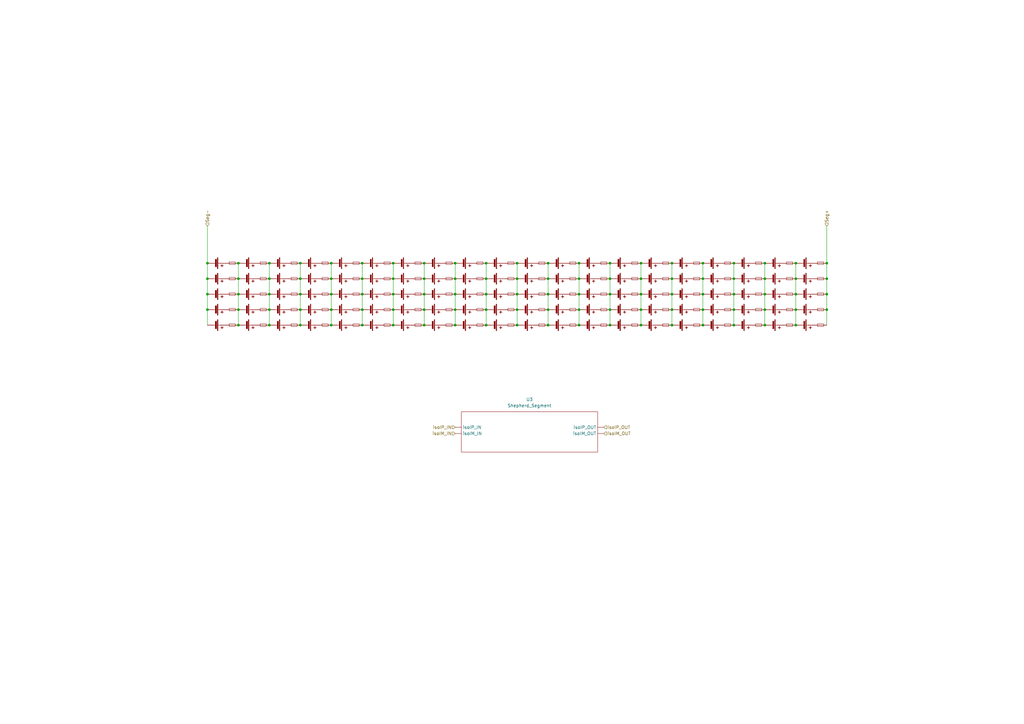
<source format=kicad_sch>
(kicad_sch (version 20230121) (generator eeschema)
  (paper "A3")
  (title_block (company "Northeastern Electric Racing"))
  (junction (at 85.09 107.95))
  (junction (at 148.59 114.3))
  (junction (at 110.49 127))
  (junction (at 97.79 107.95))
  (junction (at 186.69 133.35))
  (junction (at 275.59 107.95))
  (junction (at 161.29 127))
  (junction (at 237.49 107.95))
  (junction (at 224.79 133.35))
  (junction (at 135.89 114.3))
  (junction (at 186.69 114.3))
  (junction (at 161.29 120.65))
  (junction (at 275.59 127))
  (junction (at 123.19 133.35))
  (junction (at 300.99 127))
  (junction (at 135.89 120.65))
  (junction (at 173.99 127))
  (junction (at 199.39 127))
  (junction (at 148.59 107.95))
  (junction (at 275.59 120.65))
  (junction (at 186.69 127))
  (junction (at 250.19 133.35))
  (junction (at 161.29 107.95))
  (junction (at 224.79 120.65))
  (junction (at 212.09 127))
  (junction (at 262.89 114.3))
  (junction (at 262.89 133.35))
  (junction (at 123.19 114.3))
  (junction (at 224.79 107.95))
  (junction (at 110.49 133.35))
  (junction (at 199.39 120.65))
  (junction (at 110.49 120.65))
  (junction (at 262.89 120.65))
  (junction (at 123.19 127))
  (junction (at 313.69 120.65))
  (junction (at 288.29 120.65))
  (junction (at 288.29 107.95))
  (junction (at 173.99 133.35))
  (junction (at 199.39 107.95))
  (junction (at 212.09 133.35))
  (junction (at 326.39 133.35))
  (junction (at 148.59 127))
  (junction (at 250.19 120.65))
  (junction (at 237.49 133.35))
  (junction (at 339.09 107.95))
  (junction (at 326.39 114.3))
  (junction (at 110.49 107.95))
  (junction (at 161.29 114.3))
  (junction (at 288.29 133.35))
  (junction (at 97.79 120.65))
  (junction (at 85.09 127))
  (junction (at 300.99 133.35))
  (junction (at 224.79 127))
  (junction (at 300.99 120.65))
  (junction (at 313.69 114.3))
  (junction (at 339.09 120.65))
  (junction (at 123.19 107.95))
  (junction (at 186.69 120.65))
  (junction (at 339.09 114.3))
  (junction (at 212.09 114.3))
  (junction (at 135.89 127))
  (junction (at 288.29 127))
  (junction (at 237.49 127))
  (junction (at 161.29 133.35))
  (junction (at 173.99 107.95))
  (junction (at 262.89 127))
  (junction (at 173.99 120.65))
  (junction (at 110.49 114.3))
  (junction (at 224.79 114.3))
  (junction (at 135.89 133.35))
  (junction (at 326.39 107.95))
  (junction (at 250.19 127))
  (junction (at 123.19 120.65))
  (junction (at 326.39 127))
  (junction (at 339.09 127))
  (junction (at 300.99 114.3))
  (junction (at 250.19 114.3))
  (junction (at 237.49 114.3))
  (junction (at 148.59 120.65))
  (junction (at 97.79 127))
  (junction (at 313.69 107.95))
  (junction (at 97.79 133.35))
  (junction (at 85.09 120.65))
  (junction (at 85.09 114.3))
  (junction (at 262.89 107.95))
  (junction (at 173.99 114.3))
  (junction (at 212.09 120.65))
  (junction (at 326.39 120.65))
  (junction (at 313.69 133.35))
  (junction (at 288.29 114.3))
  (junction (at 275.59 114.3))
  (junction (at 186.69 107.95))
  (junction (at 199.39 133.35))
  (junction (at 250.19 107.95))
  (junction (at 275.59 133.35))
  (junction (at 300.99 107.95))
  (junction (at 199.39 114.3))
  (junction (at 212.09 107.95))
  (junction (at 97.79 114.3))
  (junction (at 148.59 133.35))
  (junction (at 313.69 127))
  (junction (at 135.89 107.95))
  (junction (at 237.49 120.65))
  (wire (pts (xy 135.89 120.65) (xy 135.89 127)))
  (wire (pts (xy 85.09 114.3) (xy 85.09 120.65)))
  (wire (pts (xy 97.79 120.65) (xy 97.79 127)))
  (wire (pts (xy 288.29 107.95) (xy 288.29 114.3)))
  (wire (pts (xy 250.19 120.65) (xy 250.19 127)))
  (wire (pts (xy 250.19 114.3) (xy 250.19 120.65)))
  (wire (pts (xy 161.29 120.65) (xy 161.29 127)))
  (wire (pts (xy 326.39 127) (xy 326.39 133.35)))
  (wire (pts (xy 262.89 107.95) (xy 262.89 114.3)))
  (wire (pts (xy 186.69 120.65) (xy 186.69 127)))
  (wire (pts (xy 110.49 127) (xy 110.49 133.35)))
  (wire (pts (xy 123.19 127) (xy 123.19 133.35)))
  (wire (pts (xy 161.29 114.3) (xy 161.29 120.65)))
  (wire (pts (xy 224.79 120.65) (xy 224.79 127)))
  (wire (pts (xy 237.49 127) (xy 237.49 133.35)))
  (wire (pts (xy 262.89 114.3) (xy 262.89 120.65)))
  (wire (pts (xy 300.99 107.95) (xy 300.99 114.3)))
  (wire (pts (xy 326.39 114.3) (xy 326.39 120.65)))
  (wire (pts (xy 85.09 120.65) (xy 85.09 127)))
  (wire (pts (xy 288.29 127) (xy 288.29 133.35)))
  (wire (pts (xy 275.59 127) (xy 275.59 133.35)))
  (wire (pts (xy 288.29 120.65) (xy 288.29 127)))
  (wire (pts (xy 275.59 107.95) (xy 275.59 114.3)))
  (wire (pts (xy 313.69 114.3) (xy 313.69 120.65)))
  (wire (pts (xy 123.19 107.95) (xy 123.19 114.3)))
  (wire (pts (xy 97.79 127) (xy 97.79 133.35)))
  (wire (pts (xy 237.49 114.3) (xy 237.49 120.65)))
  (wire (pts (xy 212.09 120.65) (xy 212.09 127)))
  (wire (pts (xy 199.39 120.65) (xy 199.39 127)))
  (wire (pts (xy 85.09 92.71) (xy 85.09 107.95)))
  (wire (pts (xy 135.89 107.95) (xy 135.89 114.3)))
  (wire (pts (xy 110.49 120.65) (xy 110.49 127)))
  (wire (pts (xy 173.99 114.3) (xy 173.99 120.65)))
  (wire (pts (xy 123.19 120.65) (xy 123.19 127)))
  (wire (pts (xy 97.79 107.95) (xy 97.79 114.3)))
  (wire (pts (xy 148.59 107.95) (xy 148.59 114.3)))
  (wire (pts (xy 250.19 127) (xy 250.19 133.35)))
  (wire (pts (xy 275.59 114.3) (xy 275.59 120.65)))
  (wire (pts (xy 173.99 127) (xy 173.99 133.35)))
  (wire (pts (xy 199.39 107.95) (xy 199.39 114.3)))
  (wire (pts (xy 339.09 107.95) (xy 339.09 114.3)))
  (wire (pts (xy 173.99 107.95) (xy 173.99 114.3)))
  (wire (pts (xy 110.49 107.95) (xy 110.49 114.3)))
  (wire (pts (xy 148.59 114.3) (xy 148.59 120.65)))
  (wire (pts (xy 110.49 114.3) (xy 110.49 120.65)))
  (wire (pts (xy 212.09 127) (xy 212.09 133.35)))
  (wire (pts (xy 300.99 120.65) (xy 300.99 127)))
  (wire (pts (xy 237.49 107.95) (xy 237.49 114.3)))
  (wire (pts (xy 237.49 120.65) (xy 237.49 127)))
  (wire (pts (xy 85.09 107.95) (xy 85.09 114.3)))
  (wire (pts (xy 313.69 120.65) (xy 313.69 127)))
  (wire (pts (xy 186.69 107.95) (xy 186.69 114.3)))
  (wire (pts (xy 186.69 127) (xy 186.69 133.35)))
  (wire (pts (xy 148.59 127) (xy 148.59 133.35)))
  (wire (pts (xy 262.89 120.65) (xy 262.89 127)))
  (wire (pts (xy 161.29 107.95) (xy 161.29 114.3)))
  (wire (pts (xy 339.09 120.65) (xy 339.09 127)))
  (wire (pts (xy 173.99 120.65) (xy 173.99 127)))
  (wire (pts (xy 212.09 107.95) (xy 212.09 114.3)))
  (wire (pts (xy 199.39 127) (xy 199.39 133.35)))
  (wire (pts (xy 339.09 92.71) (xy 339.09 107.95)))
  (wire (pts (xy 161.29 127) (xy 161.29 133.35)))
  (wire (pts (xy 135.89 114.3) (xy 135.89 120.65)))
  (wire (pts (xy 300.99 114.3) (xy 300.99 120.65)))
  (wire (pts (xy 224.79 107.95) (xy 224.79 114.3)))
  (wire (pts (xy 212.09 114.3) (xy 212.09 120.65)))
  (wire (pts (xy 148.59 120.65) (xy 148.59 127)))
  (wire (pts (xy 186.69 114.3) (xy 186.69 120.65)))
  (wire (pts (xy 135.89 127) (xy 135.89 133.35)))
  (wire (pts (xy 326.39 120.65) (xy 326.39 127)))
  (wire (pts (xy 339.09 127) (xy 339.09 133.35)))
  (wire (pts (xy 339.09 114.3) (xy 339.09 120.65)))
  (wire (pts (xy 199.39 114.3) (xy 199.39 120.65)))
  (wire (pts (xy 262.89 127) (xy 262.89 133.35)))
  (wire (pts (xy 313.69 107.95) (xy 313.69 114.3)))
  (wire (pts (xy 123.19 114.3) (xy 123.19 120.65)))
  (wire (pts (xy 313.69 127) (xy 313.69 133.35)))
  (wire (pts (xy 97.79 114.3) (xy 97.79 120.65)))
  (wire (pts (xy 85.09 127) (xy 85.09 133.35)))
  (wire (pts (xy 224.79 127) (xy 224.79 133.35)))
  (wire (pts (xy 224.79 114.3) (xy 224.79 120.65)))
  (wire (pts (xy 326.39 107.95) (xy 326.39 114.3)))
  (wire (pts (xy 250.19 107.95) (xy 250.19 114.3)))
  (wire (pts (xy 275.59 120.65) (xy 275.59 127)))
  (wire (pts (xy 300.99 127) (xy 300.99 133.35)))
  (wire (pts (xy 288.29 114.3) (xy 288.29 120.65)))
  (hierarchical_label "isoIP_OUT" (shape input) (at 247.65 175.26 0))
  (hierarchical_label "isoIM_OUT" (shape input) (at 247.65 177.8 0))
  (hierarchical_label "Seg+" (shape input) (at 339.09 92.71 90))
  (hierarchical_label "Seg-" (shape input) (at 85.09 92.71 90))
  (hierarchical_label "isoIP_IN" (shape input) (at 186.69 175.26 180))
  (hierarchical_label "isoIM_IN" (shape input) (at 186.69 177.8 180))
  (symbol (lib_id "Device:Fuse_Small") (at 273.05 133.35 0) (mirror x) (unit 1)
    (property "Reference" "F?" (effects hide))
    (property "Value" "Fuse_Small" (effects hide))
    (instances (project "NER22A" (path "" (reference "F189") (unit 1)) (path "" (reference "F489") (unit 1)) (path "" (reference "F389") (unit 1)) (path "" (reference "F589") (unit 1)) (path "" (reference "F289") (unit 1)) (path "" (reference "F89") (unit 1))))
  )
  (symbol (lib_id "Device:Fuse_Small") (at 311.15 120.65 0) (mirror x) (unit 1)
    (property "Reference" "F?" (effects hide))
    (property "Value" "Fuse_Small" (effects hide))
    (instances (project "NER22A" (path "" (reference "F202") (unit 1)) (path "" (reference "F502") (unit 1)) (path "" (reference "F402") (unit 1)) (path "" (reference "F602") (unit 1)) (path "" (reference "F302") (unit 1)) (path "" (reference "F102") (unit 1))))
  )
  (symbol (lib_id "Device:Battery_Cell") (at 240.03 133.35 270) (unit 1)
    (property "Reference" "BT?" (effects hide))
    (property "Value" "18650" (effects hide))
    (instances (project "NER22A" (path "" (reference "BT167") (unit 1)) (path "" (reference "BT467") (unit 1)) (path "" (reference "BT367") (unit 1)) (path "" (reference "BT567") (unit 1)) (path "" (reference "BT267") (unit 1)) (path "" (reference "BT67") (unit 1))))
  )
  (symbol (lib_id "Device:Battery_Cell") (at 278.13 133.35 270) (unit 1)
    (property "Reference" "BT?" (effects hide))
    (property "Value" "18650" (effects hide))
    (instances (project "NER22A" (path "" (reference "BT182") (unit 1)) (path "" (reference "BT482") (unit 1)) (path "" (reference "BT382") (unit 1)) (path "" (reference "BT582") (unit 1)) (path "" (reference "BT282") (unit 1)) (path "" (reference "BT82") (unit 1))))
  )
  (symbol (lib_id "Device:Fuse_Small") (at 95.25 120.65 0) (mirror x) (unit 1)
    (property "Reference" "F?" (effects hide))
    (property "Value" "Fuse_Small" (effects hide))
    (instances (project "NER22A" (path "" (reference "F117") (unit 1)) (path "" (reference "F417") (unit 1)) (path "" (reference "F317") (unit 1)) (path "" (reference "F517") (unit 1)) (path "" (reference "F217") (unit 1)) (path "" (reference "F17") (unit 1))))
  )
  (symbol (lib_id "Device:Battery_Cell") (at 113.03 114.3 270) (unit 1)
    (property "Reference" "BT?" (effects hide))
    (property "Value" "18650" (effects hide))
    (instances (project "NER22A" (path "" (reference "BT114") (unit 1)) (path "" (reference "BT414") (unit 1)) (path "" (reference "BT314") (unit 1)) (path "" (reference "BT514") (unit 1)) (path "" (reference "BT214") (unit 1)) (path "" (reference "BT14") (unit 1))))
  )
  (symbol (lib_id "Device:Fuse_Small") (at 171.45 107.95 0) (mirror x) (unit 1)
    (property "Reference" "F?" (effects hide))
    (property "Value" "Fuse_Small" (effects hide))
    (instances (project "NER22A" (path "" (reference "F145") (unit 1)) (path "" (reference "F445") (unit 1)) (path "" (reference "F345") (unit 1)) (path "" (reference "F545") (unit 1)) (path "" (reference "F245") (unit 1)) (path "" (reference "F45") (unit 1))))
  )
  (symbol (lib_id "Device:Battery_Cell") (at 201.93 120.65 270) (unit 1)
    (property "Reference" "BT?" (effects hide))
    (property "Value" "18650" (effects hide))
    (instances (project "NER22A" (path "" (reference "BT150") (unit 1)) (path "" (reference "BT450") (unit 1)) (path "" (reference "BT350") (unit 1)) (path "" (reference "BT550") (unit 1)) (path "" (reference "BT250") (unit 1)) (path "" (reference "BT50") (unit 1))))
  )
  (symbol (lib_id "Device:Fuse_Small") (at 209.55 133.35 0) (mirror x) (unit 1)
    (property "Reference" "F?" (effects hide))
    (property "Value" "Fuse_Small" (effects hide))
    (instances (project "NER22A" (path "" (reference "F164") (unit 1)) (path "" (reference "F464") (unit 1)) (path "" (reference "F364") (unit 1)) (path "" (reference "F564") (unit 1)) (path "" (reference "F264") (unit 1)) (path "" (reference "F64") (unit 1))))
  )
  (symbol (lib_id "Device:Battery_Cell") (at 240.03 114.3 270) (unit 1)
    (property "Reference" "BT?" (effects hide))
    (property "Value" "18650" (effects hide))
    (instances (project "NER22A" (path "" (reference "BT164") (unit 1)) (path "" (reference "BT464") (unit 1)) (path "" (reference "BT364") (unit 1)) (path "" (reference "BT564") (unit 1)) (path "" (reference "BT264") (unit 1)) (path "" (reference "BT64") (unit 1))))
  )
  (symbol (lib_id "Device:Fuse_Small") (at 184.15 114.3 0) (mirror x) (unit 1)
    (property "Reference" "F?" (effects hide))
    (property "Value" "Fuse_Small" (effects hide))
    (instances (project "NER22A" (path "" (reference "F151") (unit 1)) (path "" (reference "F451") (unit 1)) (path "" (reference "F351") (unit 1)) (path "" (reference "F551") (unit 1)) (path "" (reference "F251") (unit 1)) (path "" (reference "F51") (unit 1))))
  )
  (symbol (lib_id "Device:Battery_Cell") (at 87.63 133.35 270) (unit 1)
    (property "Reference" "BT?" (effects hide))
    (property "Value" "18650" (effects hide))
    (instances (project "NER22A" (path "" (reference "BT107") (unit 1)) (path "" (reference "BT407") (unit 1)) (path "" (reference "BT307") (unit 1)) (path "" (reference "BT507") (unit 1)) (path "" (reference "BT207") (unit 1)) (path "" (reference "BT7") (unit 1))))
  )
  (symbol (lib_id "Device:Fuse_Small") (at 107.95 127 0) (mirror x) (unit 1)
    (property "Reference" "F?" (effects hide))
    (property "Value" "Fuse_Small" (effects hide))
    (instances (project "NER22A" (path "" (reference "F123") (unit 1)) (path "" (reference "F423") (unit 1)) (path "" (reference "F323") (unit 1)) (path "" (reference "F523") (unit 1)) (path "" (reference "F223") (unit 1)) (path "" (reference "F23") (unit 1))))
  )
  (symbol (lib_id "Device:Battery_Cell") (at 227.33 133.35 270) (unit 1)
    (property "Reference" "BT?" (effects hide))
    (property "Value" "18650" (effects hide))
    (instances (project "NER22A" (path "" (reference "BT162") (unit 1)) (path "" (reference "BT462") (unit 1)) (path "" (reference "BT362") (unit 1)) (path "" (reference "BT562") (unit 1)) (path "" (reference "BT262") (unit 1)) (path "" (reference "BT62") (unit 1))))
  )
  (symbol (lib_id "Device:Fuse_Small") (at 209.55 114.3 0) (mirror x) (unit 1)
    (property "Reference" "F?" (effects hide))
    (property "Value" "Fuse_Small" (effects hide))
    (instances (project "NER22A" (path "" (reference "F161") (unit 1)) (path "" (reference "F461") (unit 1)) (path "" (reference "F361") (unit 1)) (path "" (reference "F561") (unit 1)) (path "" (reference "F261") (unit 1)) (path "" (reference "F61") (unit 1))))
  )
  (symbol (lib_id "Device:Fuse_Small") (at 311.15 107.95 0) (mirror x) (unit 1)
    (property "Reference" "F?" (effects hide))
    (property "Value" "Fuse_Small" (effects hide))
    (instances (project "NER22A" (path "" (reference "F200") (unit 1)) (path "" (reference "F500") (unit 1)) (path "" (reference "F400") (unit 1)) (path "" (reference "F600") (unit 1)) (path "" (reference "F300") (unit 1)) (path "" (reference "F100") (unit 1))))
  )
  (symbol (lib_id "Device:Battery_Cell") (at 290.83 127 270) (unit 1)
    (property "Reference" "BT?" (effects hide))
    (property "Value" "18650" (effects hide))
    (instances (project "NER22A" (path "" (reference "BT186") (unit 1)) (path "" (reference "BT486") (unit 1)) (path "" (reference "BT386") (unit 1)) (path "" (reference "BT586") (unit 1)) (path "" (reference "BT286") (unit 1)) (path "" (reference "BT86") (unit 1))))
  )
  (symbol (lib_id "Device:Fuse_Small") (at 222.25 120.65 0) (mirror x) (unit 1)
    (property "Reference" "F?" (effects hide))
    (property "Value" "Fuse_Small" (effects hide))
    (instances (project "NER22A" (path "" (reference "F167") (unit 1)) (path "" (reference "F467") (unit 1)) (path "" (reference "F367") (unit 1)) (path "" (reference "F567") (unit 1)) (path "" (reference "F267") (unit 1)) (path "" (reference "F67") (unit 1))))
  )
  (symbol (lib_id "Device:Battery_Cell") (at 278.13 127 270) (unit 1)
    (property "Reference" "BT?" (effects hide))
    (property "Value" "18650" (effects hide))
    (instances (project "NER22A" (path "" (reference "BT181") (unit 1)) (path "" (reference "BT481") (unit 1)) (path "" (reference "BT381") (unit 1)) (path "" (reference "BT581") (unit 1)) (path "" (reference "BT281") (unit 1)) (path "" (reference "BT81") (unit 1))))
  )
  (symbol (lib_id "Device:Battery_Cell") (at 265.43 114.3 270) (unit 1)
    (property "Reference" "BT?" (effects hide))
    (property "Value" "18650" (effects hide))
    (instances (project "NER22A" (path "" (reference "BT174") (unit 1)) (path "" (reference "BT474") (unit 1)) (path "" (reference "BT374") (unit 1)) (path "" (reference "BT574") (unit 1)) (path "" (reference "BT274") (unit 1)) (path "" (reference "BT74") (unit 1))))
  )
  (symbol (lib_id "Device:Fuse_Small") (at 336.55 120.65 0) (mirror x) (unit 1)
    (property "Reference" "F?" (effects hide))
    (property "Value" "Fuse_Small" (effects hide))
    (instances (project "NER22A" (path "" (reference "F212") (unit 1)) (path "" (reference "F512") (unit 1)) (path "" (reference "F412") (unit 1)) (path "" (reference "F612") (unit 1)) (path "" (reference "F312") (unit 1)) (path "" (reference "F112") (unit 1))))
  )
  (symbol (lib_id "Device:Fuse_Small") (at 196.85 120.65 0) (mirror x) (unit 1)
    (property "Reference" "F?" (effects hide))
    (property "Value" "Fuse_Small" (effects hide))
    (instances (project "NER22A" (path "" (reference "F157") (unit 1)) (path "" (reference "F457") (unit 1)) (path "" (reference "F357") (unit 1)) (path "" (reference "F557") (unit 1)) (path "" (reference "F257") (unit 1)) (path "" (reference "F57") (unit 1))))
  )
  (symbol (lib_id "Device:Fuse_Small") (at 95.25 127 0) (mirror x) (unit 1)
    (property "Reference" "F?" (effects hide))
    (property "Value" "Fuse_Small" (effects hide))
    (instances (project "NER22A" (path "" (reference "F118") (unit 1)) (path "" (reference "F418") (unit 1)) (path "" (reference "F318") (unit 1)) (path "" (reference "F518") (unit 1)) (path "" (reference "F218") (unit 1)) (path "" (reference "F18") (unit 1))))
  )
  (symbol (lib_id "Device:Fuse_Small") (at 184.15 127 0) (mirror x) (unit 1)
    (property "Reference" "F?" (effects hide))
    (property "Value" "Fuse_Small" (effects hide))
    (instances (project "NER22A" (path "" (reference "F153") (unit 1)) (path "" (reference "F453") (unit 1)) (path "" (reference "F353") (unit 1)) (path "" (reference "F553") (unit 1)) (path "" (reference "F253") (unit 1)) (path "" (reference "F53") (unit 1))))
  )
  (symbol (lib_id "Device:Fuse_Small") (at 247.65 127 0) (mirror x) (unit 1)
    (property "Reference" "F?" (effects hide))
    (property "Value" "Fuse_Small" (effects hide))
    (instances (project "NER22A" (path "" (reference "F178") (unit 1)) (path "" (reference "F478") (unit 1)) (path "" (reference "F378") (unit 1)) (path "" (reference "F578") (unit 1)) (path "" (reference "F278") (unit 1)) (path "" (reference "F78") (unit 1))))
  )
  (symbol (lib_id "Device:Fuse_Small") (at 133.35 120.65 0) (mirror x) (unit 1)
    (property "Reference" "F?" (effects hide))
    (property "Value" "Fuse_Small" (effects hide))
    (instances (project "NER22A" (path "" (reference "F132") (unit 1)) (path "" (reference "F432") (unit 1)) (path "" (reference "F332") (unit 1)) (path "" (reference "F532") (unit 1)) (path "" (reference "F232") (unit 1)) (path "" (reference "F32") (unit 1))))
  )
  (symbol (lib_id "Device:Battery_Cell") (at 328.93 114.3 270) (unit 1)
    (property "Reference" "BT?" (effects hide))
    (property "Value" "18650" (effects hide))
    (instances (project "NER22A" (path "" (reference "BT199") (unit 1)) (path "" (reference "BT499") (unit 1)) (path "" (reference "BT399") (unit 1)) (path "" (reference "BT599") (unit 1)) (path "" (reference "BT299") (unit 1)) (path "" (reference "BT99") (unit 1))))
  )
  (symbol (lib_id "Device:Fuse_Small") (at 120.65 120.65 0) (mirror x) (unit 1)
    (property "Reference" "F?" (effects hide))
    (property "Value" "Fuse_Small" (effects hide))
    (instances (project "NER22A" (path "" (reference "F127") (unit 1)) (path "" (reference "F427") (unit 1)) (path "" (reference "F327") (unit 1)) (path "" (reference "F527") (unit 1)) (path "" (reference "F227") (unit 1)) (path "" (reference "F27") (unit 1))))
  )
  (symbol (lib_id "Device:Fuse_Small") (at 234.95 127 0) (mirror x) (unit 1)
    (property "Reference" "F?" (effects hide))
    (property "Value" "Fuse_Small" (effects hide))
    (instances (project "NER22A" (path "" (reference "F173") (unit 1)) (path "" (reference "F473") (unit 1)) (path "" (reference "F373") (unit 1)) (path "" (reference "F573") (unit 1)) (path "" (reference "F273") (unit 1)) (path "" (reference "F73") (unit 1))))
  )
  (symbol (lib_id "Device:Battery_Cell") (at 214.63 120.65 270) (unit 1)
    (property "Reference" "BT?" (effects hide))
    (property "Value" "18650" (effects hide))
    (instances (project "NER22A" (path "" (reference "BT155") (unit 1)) (path "" (reference "BT455") (unit 1)) (path "" (reference "BT355") (unit 1)) (path "" (reference "BT555") (unit 1)) (path "" (reference "BT255") (unit 1)) (path "" (reference "BT55") (unit 1))))
  )
  (symbol (lib_id "Device:Battery_Cell") (at 125.73 114.3 270) (unit 1)
    (property "Reference" "BT?" (effects hide))
    (property "Value" "18650" (effects hide))
    (instances (project "NER22A" (path "" (reference "BT119") (unit 1)) (path "" (reference "BT419") (unit 1)) (path "" (reference "BT319") (unit 1)) (path "" (reference "BT519") (unit 1)) (path "" (reference "BT219") (unit 1)) (path "" (reference "BT19") (unit 1))))
  )
  (symbol (lib_id "Device:Battery_Cell") (at 138.43 107.95 270) (unit 1)
    (property "Reference" "BT?" (effects hide))
    (property "Value" "18650" (effects hide))
    (instances (project "NER22A" (path "" (reference "BT123") (unit 1)) (path "" (reference "BT423") (unit 1)) (path "" (reference "BT323") (unit 1)) (path "" (reference "BT523") (unit 1)) (path "" (reference "BT223") (unit 1)) (path "" (reference "BT23") (unit 1))))
  )
  (symbol (lib_id "Device:Battery_Cell") (at 125.73 133.35 270) (unit 1)
    (property "Reference" "BT?" (effects hide))
    (property "Value" "18650" (effects hide))
    (instances (project "NER22A" (path "" (reference "BT122") (unit 1)) (path "" (reference "BT422") (unit 1)) (path "" (reference "BT322") (unit 1)) (path "" (reference "BT522") (unit 1)) (path "" (reference "BT222") (unit 1)) (path "" (reference "BT22") (unit 1))))
  )
  (symbol (lib_id "Device:Battery_Cell") (at 227.33 120.65 270) (unit 1)
    (property "Reference" "BT?" (effects hide))
    (property "Value" "18650" (effects hide))
    (instances (project "NER22A" (path "" (reference "BT160") (unit 1)) (path "" (reference "BT460") (unit 1)) (path "" (reference "BT360") (unit 1)) (path "" (reference "BT560") (unit 1)) (path "" (reference "BT260") (unit 1)) (path "" (reference "BT60") (unit 1))))
  )
  (symbol (lib_id "Device:Battery_Cell") (at 240.03 127 270) (unit 1)
    (property "Reference" "BT?" (effects hide))
    (property "Value" "18650" (effects hide))
    (instances (project "NER22A" (path "" (reference "BT166") (unit 1)) (path "" (reference "BT466") (unit 1)) (path "" (reference "BT366") (unit 1)) (path "" (reference "BT566") (unit 1)) (path "" (reference "BT266") (unit 1)) (path "" (reference "BT66") (unit 1))))
  )
  (symbol (lib_id "Device:Battery_Cell") (at 163.83 127 270) (unit 1)
    (property "Reference" "BT?" (effects hide))
    (property "Value" "18650" (effects hide))
    (instances (project "NER22A" (path "" (reference "BT136") (unit 1)) (path "" (reference "BT436") (unit 1)) (path "" (reference "BT336") (unit 1)) (path "" (reference "BT536") (unit 1)) (path "" (reference "BT236") (unit 1)) (path "" (reference "BT36") (unit 1))))
  )
  (symbol (lib_id "Device:Fuse_Small") (at 158.75 114.3 0) (mirror x) (unit 1)
    (property "Reference" "F?" (effects hide))
    (property "Value" "Fuse_Small" (effects hide))
    (instances (project "NER22A" (path "" (reference "F141") (unit 1)) (path "" (reference "F441") (unit 1)) (path "" (reference "F341") (unit 1)) (path "" (reference "F541") (unit 1)) (path "" (reference "F241") (unit 1)) (path "" (reference "F41") (unit 1))))
  )
  (symbol (lib_id "Device:Fuse_Small") (at 247.65 114.3 0) (mirror x) (unit 1)
    (property "Reference" "F?" (effects hide))
    (property "Value" "Fuse_Small" (effects hide))
    (instances (project "NER22A" (path "" (reference "F176") (unit 1)) (path "" (reference "F476") (unit 1)) (path "" (reference "F376") (unit 1)) (path "" (reference "F576") (unit 1)) (path "" (reference "F276") (unit 1)) (path "" (reference "F76") (unit 1))))
  )
  (symbol (lib_id "Device:Fuse_Small") (at 323.85 133.35 0) (mirror x) (unit 1)
    (property "Reference" "F?" (effects hide))
    (property "Value" "Fuse_Small" (effects hide))
    (instances (project "NER22A" (path "" (reference "F209") (unit 1)) (path "" (reference "F509") (unit 1)) (path "" (reference "F409") (unit 1)) (path "" (reference "F609") (unit 1)) (path "" (reference "F309") (unit 1)) (path "" (reference "F109") (unit 1))))
  )
  (symbol (lib_id "Device:Battery_Cell") (at 113.03 127 270) (unit 1)
    (property "Reference" "BT?" (effects hide))
    (property "Value" "18650" (effects hide))
    (instances (project "NER22A" (path "" (reference "BT116") (unit 1)) (path "" (reference "BT416") (unit 1)) (path "" (reference "BT316") (unit 1)) (path "" (reference "BT516") (unit 1)) (path "" (reference "BT216") (unit 1)) (path "" (reference "BT16") (unit 1))))
  )
  (symbol (lib_id "Device:Battery_Cell") (at 113.03 107.95 270) (unit 1)
    (property "Reference" "BT?" (effects hide))
    (property "Value" "18650" (effects hide))
    (instances (project "NER22A" (path "" (reference "BT113") (unit 1)) (path "" (reference "BT413") (unit 1)) (path "" (reference "BT313") (unit 1)) (path "" (reference "BT513") (unit 1)) (path "" (reference "BT213") (unit 1)) (path "" (reference "BT13") (unit 1))))
  )
  (symbol (lib_id "Device:Battery_Cell") (at 189.23 114.3 270) (unit 1)
    (property "Reference" "BT?" (effects hide))
    (property "Value" "18650" (effects hide))
    (instances (project "NER22A" (path "" (reference "BT144") (unit 1)) (path "" (reference "BT444") (unit 1)) (path "" (reference "BT344") (unit 1)) (path "" (reference "BT544") (unit 1)) (path "" (reference "BT244") (unit 1)) (path "" (reference "BT44") (unit 1))))
  )
  (symbol (lib_id "Device:Battery_Cell") (at 163.83 133.35 270) (unit 1)
    (property "Reference" "BT?" (effects hide))
    (property "Value" "18650" (effects hide))
    (instances (project "NER22A" (path "" (reference "BT137") (unit 1)) (path "" (reference "BT437") (unit 1)) (path "" (reference "BT337") (unit 1)) (path "" (reference "BT537") (unit 1)) (path "" (reference "BT237") (unit 1)) (path "" (reference "BT37") (unit 1))))
  )
  (symbol (lib_id "Device:Battery_Cell") (at 176.53 114.3 270) (unit 1)
    (property "Reference" "BT?" (effects hide))
    (property "Value" "18650" (effects hide))
    (instances (project "NER22A" (path "" (reference "BT139") (unit 1)) (path "" (reference "BT439") (unit 1)) (path "" (reference "BT339") (unit 1)) (path "" (reference "BT539") (unit 1)) (path "" (reference "BT239") (unit 1)) (path "" (reference "BT39") (unit 1))))
  )
  (symbol (lib_id "Device:Fuse_Small") (at 222.25 127 0) (mirror x) (unit 1)
    (property "Reference" "F?" (effects hide))
    (property "Value" "Fuse_Small" (effects hide))
    (instances (project "NER22A" (path "" (reference "F168") (unit 1)) (path "" (reference "F468") (unit 1)) (path "" (reference "F368") (unit 1)) (path "" (reference "F568") (unit 1)) (path "" (reference "F268") (unit 1)) (path "" (reference "F68") (unit 1))))
  )
  (symbol (lib_id "Device:Fuse_Small") (at 184.15 120.65 0) (mirror x) (unit 1)
    (property "Reference" "F?" (effects hide))
    (property "Value" "Fuse_Small" (effects hide))
    (instances (project "NER22A" (path "" (reference "F152") (unit 1)) (path "" (reference "F452") (unit 1)) (path "" (reference "F352") (unit 1)) (path "" (reference "F552") (unit 1)) (path "" (reference "F252") (unit 1)) (path "" (reference "F52") (unit 1))))
  )
  (symbol (lib_id "Device:Fuse_Small") (at 247.65 107.95 0) (mirror x) (unit 1)
    (property "Reference" "F?" (effects hide))
    (property "Value" "Fuse_Small" (effects hide))
    (instances (project "NER22A" (path "" (reference "F175") (unit 1)) (path "" (reference "F475") (unit 1)) (path "" (reference "F375") (unit 1)) (path "" (reference "F575") (unit 1)) (path "" (reference "F275") (unit 1)) (path "" (reference "F75") (unit 1))))
  )
  (symbol (lib_id "Device:Fuse_Small") (at 260.35 127 0) (mirror x) (unit 1)
    (property "Reference" "F?" (effects hide))
    (property "Value" "Fuse_Small" (effects hide))
    (instances (project "NER22A" (path "" (reference "F183") (unit 1)) (path "" (reference "F483") (unit 1)) (path "" (reference "F383") (unit 1)) (path "" (reference "F583") (unit 1)) (path "" (reference "F283") (unit 1)) (path "" (reference "F83") (unit 1))))
  )
  (symbol (lib_id "Device:Battery_Cell") (at 290.83 120.65 270) (unit 1)
    (property "Reference" "BT?" (effects hide))
    (property "Value" "18650" (effects hide))
    (instances (project "NER22A" (path "" (reference "BT185") (unit 1)) (path "" (reference "BT485") (unit 1)) (path "" (reference "BT385") (unit 1)) (path "" (reference "BT585") (unit 1)) (path "" (reference "BT285") (unit 1)) (path "" (reference "BT85") (unit 1))))
  )
  (symbol (lib_id "Device:Battery_Cell") (at 240.03 107.95 270) (unit 1)
    (property "Reference" "BT?" (effects hide))
    (property "Value" "18650" (effects hide))
    (instances (project "NER22A" (path "" (reference "BT163") (unit 1)) (path "" (reference "BT463") (unit 1)) (path "" (reference "BT363") (unit 1)) (path "" (reference "BT563") (unit 1)) (path "" (reference "BT263") (unit 1)) (path "" (reference "BT63") (unit 1))))
  )
  (symbol (lib_id "Device:Fuse_Small") (at 158.75 127 0) (mirror x) (unit 1)
    (property "Reference" "F?" (effects hide))
    (property "Value" "Fuse_Small" (effects hide))
    (instances (project "NER22A" (path "" (reference "F143") (unit 1)) (path "" (reference "F443") (unit 1)) (path "" (reference "F343") (unit 1)) (path "" (reference "F543") (unit 1)) (path "" (reference "F243") (unit 1)) (path "" (reference "F43") (unit 1))))
  )
  (symbol (lib_id "Device:Fuse_Small") (at 247.65 133.35 0) (mirror x) (unit 1)
    (property "Reference" "F?" (effects hide))
    (property "Value" "Fuse_Small" (effects hide))
    (instances (project "NER22A" (path "" (reference "F179") (unit 1)) (path "" (reference "F479") (unit 1)) (path "" (reference "F379") (unit 1)) (path "" (reference "F579") (unit 1)) (path "" (reference "F279") (unit 1)) (path "" (reference "F79") (unit 1))))
  )
  (symbol (lib_id "Device:Fuse_Small") (at 311.15 114.3 0) (mirror x) (unit 1)
    (property "Reference" "F?" (effects hide))
    (property "Value" "Fuse_Small" (effects hide))
    (instances (project "NER22A" (path "" (reference "F201") (unit 1)) (path "" (reference "F501") (unit 1)) (path "" (reference "F401") (unit 1)) (path "" (reference "F601") (unit 1)) (path "" (reference "F301") (unit 1)) (path "" (reference "F101") (unit 1))))
  )
  (symbol (lib_id "Device:Fuse_Small") (at 107.95 107.95 0) (mirror x) (unit 1)
    (property "Reference" "F?" (effects hide))
    (property "Value" "Fuse_Small" (effects hide))
    (instances (project "NER22A" (path "" (reference "F120") (unit 1)) (path "" (reference "F420") (unit 1)) (path "" (reference "F320") (unit 1)) (path "" (reference "F520") (unit 1)) (path "" (reference "F220") (unit 1)) (path "" (reference "F20") (unit 1))))
  )
  (symbol (lib_id "Device:Fuse_Small") (at 146.05 114.3 0) (mirror x) (unit 1)
    (property "Reference" "F?" (effects hide))
    (property "Value" "Fuse_Small" (effects hide))
    (instances (project "NER22A" (path "" (reference "F136") (unit 1)) (path "" (reference "F436") (unit 1)) (path "" (reference "F336") (unit 1)) (path "" (reference "F536") (unit 1)) (path "" (reference "F236") (unit 1)) (path "" (reference "F36") (unit 1))))
  )
  (symbol (lib_id "Device:Battery_Cell") (at 151.13 120.65 270) (unit 1)
    (property "Reference" "BT?" (effects hide))
    (property "Value" "18650" (effects hide))
    (instances (project "NER22A" (path "" (reference "BT130") (unit 1)) (path "" (reference "BT430") (unit 1)) (path "" (reference "BT330") (unit 1)) (path "" (reference "BT530") (unit 1)) (path "" (reference "BT230") (unit 1)) (path "" (reference "BT30") (unit 1))))
  )
  (symbol (lib_id "Device:Battery_Cell") (at 189.23 127 270) (unit 1)
    (property "Reference" "BT?" (effects hide))
    (property "Value" "18650" (effects hide))
    (instances (project "NER22A" (path "" (reference "BT146") (unit 1)) (path "" (reference "BT446") (unit 1)) (path "" (reference "BT346") (unit 1)) (path "" (reference "BT546") (unit 1)) (path "" (reference "BT246") (unit 1)) (path "" (reference "BT46") (unit 1))))
  )
  (symbol (lib_id "Device:Fuse_Small") (at 285.75 120.65 0) (mirror x) (unit 1)
    (property "Reference" "F?" (effects hide))
    (property "Value" "Fuse_Small" (effects hide))
    (instances (project "NER22A" (path "" (reference "F192") (unit 1)) (path "" (reference "F492") (unit 1)) (path "" (reference "F392") (unit 1)) (path "" (reference "F592") (unit 1)) (path "" (reference "F292") (unit 1)) (path "" (reference "F92") (unit 1))))
  )
  (symbol (lib_id "Device:Battery_Cell") (at 278.13 120.65 270) (unit 1)
    (property "Reference" "BT?" (effects hide))
    (property "Value" "18650" (effects hide))
    (instances (project "NER22A" (path "" (reference "BT180") (unit 1)) (path "" (reference "BT480") (unit 1)) (path "" (reference "BT380") (unit 1)) (path "" (reference "BT580") (unit 1)) (path "" (reference "BT280") (unit 1)) (path "" (reference "BT80") (unit 1))))
  )
  (symbol (lib_id "Device:Battery_Cell") (at 227.33 114.3 270) (unit 1)
    (property "Reference" "BT?" (effects hide))
    (property "Value" "18650" (effects hide))
    (instances (project "NER22A" (path "" (reference "BT159") (unit 1)) (path "" (reference "BT459") (unit 1)) (path "" (reference "BT359") (unit 1)) (path "" (reference "BT559") (unit 1)) (path "" (reference "BT259") (unit 1)) (path "" (reference "BT59") (unit 1))))
  )
  (symbol (lib_id "Device:Fuse_Small") (at 311.15 127 0) (mirror x) (unit 1)
    (property "Reference" "F?" (effects hide))
    (property "Value" "Fuse_Small" (effects hide))
    (instances (project "NER22A" (path "" (reference "F203") (unit 1)) (path "" (reference "F503") (unit 1)) (path "" (reference "F403") (unit 1)) (path "" (reference "F603") (unit 1)) (path "" (reference "F303") (unit 1)) (path "" (reference "F103") (unit 1))))
  )
  (symbol (lib_id "Device:Fuse_Small") (at 273.05 107.95 0) (mirror x) (unit 1)
    (property "Reference" "F?" (effects hide))
    (property "Value" "Fuse_Small" (effects hide))
    (instances (project "NER22A" (path "" (reference "F185") (unit 1)) (path "" (reference "F485") (unit 1)) (path "" (reference "F385") (unit 1)) (path "" (reference "F585") (unit 1)) (path "" (reference "F285") (unit 1)) (path "" (reference "F85") (unit 1))))
  )
  (symbol (lib_id "Device:Fuse_Small") (at 196.85 107.95 0) (mirror x) (unit 1)
    (property "Reference" "F?" (effects hide))
    (property "Value" "Fuse_Small" (effects hide))
    (instances (project "NER22A" (path "" (reference "F155") (unit 1)) (path "" (reference "F455") (unit 1)) (path "" (reference "F355") (unit 1)) (path "" (reference "F555") (unit 1)) (path "" (reference "F255") (unit 1)) (path "" (reference "F55") (unit 1))))
  )
  (symbol (lib_id "Device:Battery_Cell") (at 214.63 133.35 270) (unit 1)
    (property "Reference" "BT?" (effects hide))
    (property "Value" "18650" (effects hide))
    (instances (project "NER22A" (path "" (reference "BT157") (unit 1)) (path "" (reference "BT457") (unit 1)) (path "" (reference "BT357") (unit 1)) (path "" (reference "BT557") (unit 1)) (path "" (reference "BT257") (unit 1)) (path "" (reference "BT57") (unit 1))))
  )
  (symbol (lib_id "Device:Fuse_Small") (at 171.45 127 0) (mirror x) (unit 1)
    (property "Reference" "F?" (effects hide))
    (property "Value" "Fuse_Small" (effects hide))
    (instances (project "NER22A" (path "" (reference "F148") (unit 1)) (path "" (reference "F448") (unit 1)) (path "" (reference "F348") (unit 1)) (path "" (reference "F548") (unit 1)) (path "" (reference "F248") (unit 1)) (path "" (reference "F48") (unit 1))))
  )
  (symbol (lib_id "Device:Battery_Cell") (at 176.53 133.35 270) (unit 1)
    (property "Reference" "BT?" (effects hide))
    (property "Value" "18650" (effects hide))
    (instances (project "NER22A" (path "" (reference "BT142") (unit 1)) (path "" (reference "BT442") (unit 1)) (path "" (reference "BT342") (unit 1)) (path "" (reference "BT542") (unit 1)) (path "" (reference "BT242") (unit 1)) (path "" (reference "BT42") (unit 1))))
  )
  (symbol (lib_id "Device:Fuse_Small") (at 234.95 107.95 0) (mirror x) (unit 1)
    (property "Reference" "F?" (effects hide))
    (property "Value" "Fuse_Small" (effects hide))
    (instances (project "NER22A" (path "" (reference "F170") (unit 1)) (path "" (reference "F470") (unit 1)) (path "" (reference "F370") (unit 1)) (path "" (reference "F570") (unit 1)) (path "" (reference "F270") (unit 1)) (path "" (reference "F70") (unit 1))))
  )
  (symbol (lib_id "Device:Fuse_Small") (at 234.95 133.35 0) (mirror x) (unit 1)
    (property "Reference" "F?" (effects hide))
    (property "Value" "Fuse_Small" (effects hide))
    (instances (project "NER22A" (path "" (reference "F174") (unit 1)) (path "" (reference "F474") (unit 1)) (path "" (reference "F374") (unit 1)) (path "" (reference "F574") (unit 1)) (path "" (reference "F274") (unit 1)) (path "" (reference "F74") (unit 1))))
  )
  (symbol (lib_id "Device:Fuse_Small") (at 120.65 114.3 0) (mirror x) (unit 1)
    (property "Reference" "F?" (effects hide))
    (property "Value" "Fuse_Small" (effects hide))
    (instances (project "NER22A" (path "" (reference "F126") (unit 1)) (path "" (reference "F426") (unit 1)) (path "" (reference "F326") (unit 1)) (path "" (reference "F526") (unit 1)) (path "" (reference "F226") (unit 1)) (path "" (reference "F26") (unit 1))))
  )
  (symbol (lib_id "Device:Battery_Cell") (at 227.33 127 270) (unit 1)
    (property "Reference" "BT?" (effects hide))
    (property "Value" "18650" (effects hide))
    (instances (project "NER22A" (path "" (reference "BT161") (unit 1)) (path "" (reference "BT461") (unit 1)) (path "" (reference "BT361") (unit 1)) (path "" (reference "BT561") (unit 1)) (path "" (reference "BT261") (unit 1)) (path "" (reference "BT61") (unit 1))))
  )
  (symbol (lib_id "Device:Fuse_Small") (at 146.05 133.35 0) (mirror x) (unit 1)
    (property "Reference" "F?" (effects hide))
    (property "Value" "Fuse_Small" (effects hide))
    (instances (project "NER22A" (path "" (reference "F139") (unit 1)) (path "" (reference "F439") (unit 1)) (path "" (reference "F339") (unit 1)) (path "" (reference "F539") (unit 1)) (path "" (reference "F239") (unit 1)) (path "" (reference "F39") (unit 1))))
  )
  (symbol (lib_id "Device:Battery_Cell") (at 303.53 107.95 270) (unit 1)
    (property "Reference" "BT?" (effects hide))
    (property "Value" "18650" (effects hide))
    (instances (project "NER22A" (path "" (reference "BT188") (unit 1)) (path "" (reference "BT488") (unit 1)) (path "" (reference "BT388") (unit 1)) (path "" (reference "BT588") (unit 1)) (path "" (reference "BT288") (unit 1)) (path "" (reference "BT88") (unit 1))))
  )
  (symbol (lib_id "Device:Battery_Cell") (at 278.13 114.3 270) (unit 1)
    (property "Reference" "BT?" (effects hide))
    (property "Value" "18650" (effects hide))
    (instances (project "NER22A" (path "" (reference "BT179") (unit 1)) (path "" (reference "BT479") (unit 1)) (path "" (reference "BT379") (unit 1)) (path "" (reference "BT579") (unit 1)) (path "" (reference "BT279") (unit 1)) (path "" (reference "BT79") (unit 1))))
  )
  (symbol (lib_id "Device:Battery_Cell") (at 100.33 120.65 270) (unit 1)
    (property "Reference" "BT?" (effects hide))
    (property "Value" "18650" (effects hide))
    (instances (project "NER22A" (path "" (reference "BT110") (unit 1)) (path "" (reference "BT410") (unit 1)) (path "" (reference "BT310") (unit 1)) (path "" (reference "BT510") (unit 1)) (path "" (reference "BT210") (unit 1)) (path "" (reference "BT10") (unit 1))))
  )
  (symbol (lib_id "Device:Battery_Cell") (at 125.73 107.95 270) (unit 1)
    (property "Reference" "BT?" (effects hide))
    (property "Value" "18650" (effects hide))
    (instances (project "NER22A" (path "" (reference "BT118") (unit 1)) (path "" (reference "BT418") (unit 1)) (path "" (reference "BT318") (unit 1)) (path "" (reference "BT518") (unit 1)) (path "" (reference "BT218") (unit 1)) (path "" (reference "BT18") (unit 1))))
  )
  (symbol (lib_id "Device:Battery_Cell") (at 214.63 114.3 270) (unit 1)
    (property "Reference" "BT?" (effects hide))
    (property "Value" "18650" (effects hide))
    (instances (project "NER22A" (path "" (reference "BT154") (unit 1)) (path "" (reference "BT454") (unit 1)) (path "" (reference "BT354") (unit 1)) (path "" (reference "BT554") (unit 1)) (path "" (reference "BT254") (unit 1)) (path "" (reference "BT54") (unit 1))))
  )
  (symbol (lib_id "Device:Battery_Cell") (at 201.93 107.95 270) (unit 1)
    (property "Reference" "BT?" (effects hide))
    (property "Value" "18650" (effects hide))
    (instances (project "NER22A" (path "" (reference "BT148") (unit 1)) (path "" (reference "BT448") (unit 1)) (path "" (reference "BT348") (unit 1)) (path "" (reference "BT548") (unit 1)) (path "" (reference "BT248") (unit 1)) (path "" (reference "BT48") (unit 1))))
  )
  (symbol (lib_id "Device:Fuse_Small") (at 133.35 133.35 0) (mirror x) (unit 1)
    (property "Reference" "F?" (effects hide))
    (property "Value" "Fuse_Small" (effects hide))
    (instances (project "NER22A" (path "" (reference "F134") (unit 1)) (path "" (reference "F434") (unit 1)) (path "" (reference "F334") (unit 1)) (path "" (reference "F534") (unit 1)) (path "" (reference "F234") (unit 1)) (path "" (reference "F34") (unit 1))))
  )
  (symbol (lib_id "Device:Fuse_Small") (at 209.55 107.95 0) (mirror x) (unit 1)
    (property "Reference" "F?" (effects hide))
    (property "Value" "Fuse_Small" (effects hide))
    (instances (project "NER22A" (path "" (reference "F160") (unit 1)) (path "" (reference "F460") (unit 1)) (path "" (reference "F360") (unit 1)) (path "" (reference "F560") (unit 1)) (path "" (reference "F260") (unit 1)) (path "" (reference "F60") (unit 1))))
  )
  (symbol (lib_id "Device:Battery_Cell") (at 316.23 107.95 270) (unit 1)
    (property "Reference" "BT?" (effects hide))
    (property "Value" "18650" (effects hide))
    (instances (project "NER22A" (path "" (reference "BT193") (unit 1)) (path "" (reference "BT493") (unit 1)) (path "" (reference "BT393") (unit 1)) (path "" (reference "BT593") (unit 1)) (path "" (reference "BT293") (unit 1)) (path "" (reference "BT93") (unit 1))))
  )
  (symbol (lib_id "Device:Battery_Cell") (at 138.43 133.35 270) (unit 1)
    (property "Reference" "BT?" (effects hide))
    (property "Value" "18650" (effects hide))
    (instances (project "NER22A" (path "" (reference "BT127") (unit 1)) (path "" (reference "BT427") (unit 1)) (path "" (reference "BT327") (unit 1)) (path "" (reference "BT527") (unit 1)) (path "" (reference "BT227") (unit 1)) (path "" (reference "BT27") (unit 1))))
  )
  (symbol (lib_id "Device:Fuse_Small") (at 222.25 133.35 0) (mirror x) (unit 1)
    (property "Reference" "F?" (effects hide))
    (property "Value" "Fuse_Small" (effects hide))
    (instances (project "NER22A" (path "" (reference "F169") (unit 1)) (path "" (reference "F469") (unit 1)) (path "" (reference "F369") (unit 1)) (path "" (reference "F569") (unit 1)) (path "" (reference "F269") (unit 1)) (path "" (reference "F69") (unit 1))))
  )
  (symbol (lib_id "Device:Fuse_Small") (at 196.85 133.35 0) (mirror x) (unit 1)
    (property "Reference" "F?" (effects hide))
    (property "Value" "Fuse_Small" (effects hide))
    (instances (project "NER22A" (path "" (reference "F159") (unit 1)) (path "" (reference "F459") (unit 1)) (path "" (reference "F359") (unit 1)) (path "" (reference "F559") (unit 1)) (path "" (reference "F259") (unit 1)) (path "" (reference "F59") (unit 1))))
  )
  (symbol (lib_id "Device:Fuse_Small") (at 146.05 127 0) (mirror x) (unit 1)
    (property "Reference" "F?" (effects hide))
    (property "Value" "Fuse_Small" (effects hide))
    (instances (project "NER22A" (path "" (reference "F138") (unit 1)) (path "" (reference "F438") (unit 1)) (path "" (reference "F338") (unit 1)) (path "" (reference "F538") (unit 1)) (path "" (reference "F238") (unit 1)) (path "" (reference "F38") (unit 1))))
  )
  (symbol (lib_id "Device:Fuse_Small") (at 133.35 114.3 0) (mirror x) (unit 1)
    (property "Reference" "F?" (effects hide))
    (property "Value" "Fuse_Small" (effects hide))
    (instances (project "NER22A" (path "" (reference "F131") (unit 1)) (path "" (reference "F431") (unit 1)) (path "" (reference "F331") (unit 1)) (path "" (reference "F531") (unit 1)) (path "" (reference "F231") (unit 1)) (path "" (reference "F31") (unit 1))))
  )
  (symbol (lib_id "Device:Fuse_Small") (at 311.15 133.35 0) (mirror x) (unit 1)
    (property "Reference" "F?" (effects hide))
    (property "Value" "Fuse_Small" (effects hide))
    (instances (project "NER22A" (path "" (reference "F204") (unit 1)) (path "" (reference "F504") (unit 1)) (path "" (reference "F404") (unit 1)) (path "" (reference "F604") (unit 1)) (path "" (reference "F304") (unit 1)) (path "" (reference "F104") (unit 1))))
  )
  (symbol (lib_id "Device:Battery_Cell") (at 252.73 114.3 270) (unit 1)
    (property "Reference" "BT?" (effects hide))
    (property "Value" "18650" (effects hide))
    (instances (project "NER22A" (path "" (reference "BT169") (unit 1)) (path "" (reference "BT469") (unit 1)) (path "" (reference "BT369") (unit 1)) (path "" (reference "BT569") (unit 1)) (path "" (reference "BT269") (unit 1)) (path "" (reference "BT69") (unit 1))))
  )
  (symbol (lib_id "Device:Fuse_Small") (at 323.85 120.65 0) (mirror x) (unit 1)
    (property "Reference" "F?" (effects hide))
    (property "Value" "Fuse_Small" (effects hide))
    (instances (project "NER22A" (path "" (reference "F207") (unit 1)) (path "" (reference "F507") (unit 1)) (path "" (reference "F407") (unit 1)) (path "" (reference "F607") (unit 1)) (path "" (reference "F307") (unit 1)) (path "" (reference "F107") (unit 1))))
  )
  (symbol (lib_id "Device:Battery_Cell") (at 163.83 120.65 270) (unit 1)
    (property "Reference" "BT?" (effects hide))
    (property "Value" "18650" (effects hide))
    (instances (project "NER22A" (path "" (reference "BT135") (unit 1)) (path "" (reference "BT435") (unit 1)) (path "" (reference "BT335") (unit 1)) (path "" (reference "BT535") (unit 1)) (path "" (reference "BT235") (unit 1)) (path "" (reference "BT35") (unit 1))))
  )
  (symbol (lib_id "Device:Battery_Cell") (at 252.73 127 270) (unit 1)
    (property "Reference" "BT?" (effects hide))
    (property "Value" "18650" (effects hide))
    (instances (project "NER22A" (path "" (reference "BT171") (unit 1)) (path "" (reference "BT471") (unit 1)) (path "" (reference "BT371") (unit 1)) (path "" (reference "BT571") (unit 1)) (path "" (reference "BT271") (unit 1)) (path "" (reference "BT71") (unit 1))))
  )
  (symbol (lib_id "Device:Fuse_Small") (at 95.25 133.35 0) (mirror x) (unit 1)
    (property "Reference" "F?" (effects hide))
    (property "Value" "Fuse_Small" (effects hide))
    (instances (project "NER22A" (path "" (reference "F119") (unit 1)) (path "" (reference "F419") (unit 1)) (path "" (reference "F319") (unit 1)) (path "" (reference "F519") (unit 1)) (path "" (reference "F219") (unit 1)) (path "" (reference "F19") (unit 1))))
  )
  (symbol (lib_id "Device:Fuse_Small") (at 133.35 107.95 0) (mirror x) (unit 1)
    (property "Reference" "F?" (effects hide))
    (property "Value" "Fuse_Small" (effects hide))
    (instances (project "NER22A" (path "" (reference "F130") (unit 1)) (path "" (reference "F430") (unit 1)) (path "" (reference "F330") (unit 1)) (path "" (reference "F530") (unit 1)) (path "" (reference "F230") (unit 1)) (path "" (reference "F30") (unit 1))))
  )
  (symbol (lib_id "Device:Battery_Cell") (at 100.33 107.95 270) (unit 1)
    (property "Reference" "BT?" (effects hide))
    (property "Value" "18650" (effects hide))
    (instances (project "NER22A" (path "" (reference "BT108") (unit 1)) (path "" (reference "BT408") (unit 1)) (path "" (reference "BT308") (unit 1)) (path "" (reference "BT508") (unit 1)) (path "" (reference "BT208") (unit 1)) (path "" (reference "BT8") (unit 1))))
  )
  (symbol (lib_id "Device:Battery_Cell") (at 316.23 133.35 270) (unit 1)
    (property "Reference" "BT?" (effects hide))
    (property "Value" "18650" (effects hide))
    (instances (project "NER22A" (path "" (reference "BT197") (unit 1)) (path "" (reference "BT497") (unit 1)) (path "" (reference "BT397") (unit 1)) (path "" (reference "BT597") (unit 1)) (path "" (reference "BT297") (unit 1)) (path "" (reference "BT97") (unit 1))))
  )
  (symbol (lib_id "Device:Fuse_Small") (at 273.05 127 0) (mirror x) (unit 1)
    (property "Reference" "F?" (effects hide))
    (property "Value" "Fuse_Small" (effects hide))
    (instances (project "NER22A" (path "" (reference "F188") (unit 1)) (path "" (reference "F488") (unit 1)) (path "" (reference "F388") (unit 1)) (path "" (reference "F588") (unit 1)) (path "" (reference "F288") (unit 1)) (path "" (reference "F88") (unit 1))))
  )
  (symbol (lib_id "Device:Fuse_Small") (at 247.65 120.65 0) (mirror x) (unit 1)
    (property "Reference" "F?" (effects hide))
    (property "Value" "Fuse_Small" (effects hide))
    (instances (project "NER22A" (path "" (reference "F177") (unit 1)) (path "" (reference "F477") (unit 1)) (path "" (reference "F377") (unit 1)) (path "" (reference "F577") (unit 1)) (path "" (reference "F277") (unit 1)) (path "" (reference "F77") (unit 1))))
  )
  (symbol (lib_id "Device:Battery_Cell") (at 125.73 127 270) (unit 1)
    (property "Reference" "BT?" (effects hide))
    (property "Value" "18650" (effects hide))
    (instances (project "NER22A" (path "" (reference "BT121") (unit 1)) (path "" (reference "BT421") (unit 1)) (path "" (reference "BT321") (unit 1)) (path "" (reference "BT521") (unit 1)) (path "" (reference "BT221") (unit 1)) (path "" (reference "BT21") (unit 1))))
  )
  (symbol (lib_id "Device:Fuse_Small") (at 196.85 114.3 0) (mirror x) (unit 1)
    (property "Reference" "F?" (effects hide))
    (property "Value" "Fuse_Small" (effects hide))
    (instances (project "NER22A" (path "" (reference "F156") (unit 1)) (path "" (reference "F456") (unit 1)) (path "" (reference "F356") (unit 1)) (path "" (reference "F556") (unit 1)) (path "" (reference "F256") (unit 1)) (path "" (reference "F56") (unit 1))))
  )
  (symbol (lib_id "Device:Fuse_Small") (at 95.25 114.3 0) (mirror x) (unit 1)
    (property "Reference" "F?" (effects hide))
    (property "Value" "Fuse_Small" (effects hide))
    (instances (project "NER22A" (path "" (reference "F116") (unit 1)) (path "" (reference "F416") (unit 1)) (path "" (reference "F316") (unit 1)) (path "" (reference "F516") (unit 1)) (path "" (reference "F216") (unit 1)) (path "" (reference "F16") (unit 1))))
  )
  (symbol (lib_id "Device:Fuse_Small") (at 323.85 107.95 0) (mirror x) (unit 1)
    (property "Reference" "F?" (effects hide))
    (property "Value" "Fuse_Small" (effects hide))
    (instances (project "NER22A" (path "" (reference "F205") (unit 1)) (path "" (reference "F505") (unit 1)) (path "" (reference "F405") (unit 1)) (path "" (reference "F605") (unit 1)) (path "" (reference "F305") (unit 1)) (path "" (reference "F105") (unit 1))))
  )
  (symbol (lib_id "Device:Battery_Cell") (at 303.53 114.3 270) (unit 1)
    (property "Reference" "BT?" (effects hide))
    (property "Value" "18650" (effects hide))
    (instances (project "NER22A" (path "" (reference "BT189") (unit 1)) (path "" (reference "BT489") (unit 1)) (path "" (reference "BT389") (unit 1)) (path "" (reference "BT589") (unit 1)) (path "" (reference "BT289") (unit 1)) (path "" (reference "BT89") (unit 1))))
  )
  (symbol (lib_id "Device:Fuse_Small") (at 209.55 120.65 0) (mirror x) (unit 1)
    (property "Reference" "F?" (effects hide))
    (property "Value" "Fuse_Small" (effects hide))
    (instances (project "NER22A" (path "" (reference "F162") (unit 1)) (path "" (reference "F462") (unit 1)) (path "" (reference "F362") (unit 1)) (path "" (reference "F562") (unit 1)) (path "" (reference "F262") (unit 1)) (path "" (reference "F62") (unit 1))))
  )
  (symbol (lib_id "Device:Fuse_Small") (at 323.85 127 0) (mirror x) (unit 1)
    (property "Reference" "F?" (effects hide))
    (property "Value" "Fuse_Small" (effects hide))
    (instances (project "NER22A" (path "" (reference "F208") (unit 1)) (path "" (reference "F508") (unit 1)) (path "" (reference "F408") (unit 1)) (path "" (reference "F608") (unit 1)) (path "" (reference "F308") (unit 1)) (path "" (reference "F108") (unit 1))))
  )
  (symbol (lib_id "Device:Fuse_Small") (at 158.75 107.95 0) (mirror x) (unit 1)
    (property "Reference" "F?" (effects hide))
    (property "Value" "Fuse_Small" (effects hide))
    (instances (project "NER22A" (path "" (reference "F140") (unit 1)) (path "" (reference "F440") (unit 1)) (path "" (reference "F340") (unit 1)) (path "" (reference "F540") (unit 1)) (path "" (reference "F240") (unit 1)) (path "" (reference "F40") (unit 1))))
  )
  (symbol (lib_id "Device:Fuse_Small") (at 234.95 114.3 0) (mirror x) (unit 1)
    (property "Reference" "F?" (effects hide))
    (property "Value" "Fuse_Small" (effects hide))
    (instances (project "NER22A" (path "" (reference "F171") (unit 1)) (path "" (reference "F471") (unit 1)) (path "" (reference "F371") (unit 1)) (path "" (reference "F571") (unit 1)) (path "" (reference "F271") (unit 1)) (path "" (reference "F71") (unit 1))))
  )
  (symbol (lib_id "Device:Battery_Cell") (at 176.53 107.95 270) (unit 1)
    (property "Reference" "BT?" (effects hide))
    (property "Value" "18650" (effects hide))
    (instances (project "NER22A" (path "" (reference "BT138") (unit 1)) (path "" (reference "BT438") (unit 1)) (path "" (reference "BT338") (unit 1)) (path "" (reference "BT538") (unit 1)) (path "" (reference "BT238") (unit 1)) (path "" (reference "BT38") (unit 1))))
  )
  (symbol (lib_id "Device:Fuse_Small") (at 95.25 107.95 0) (mirror x) (unit 1)
    (property "Reference" "F?" (effects hide))
    (property "Value" "Fuse_Small" (effects hide))
    (instances (project "NER22A" (path "" (reference "F115") (unit 1)) (path "" (reference "F415") (unit 1)) (path "" (reference "F315") (unit 1)) (path "" (reference "F515") (unit 1)) (path "" (reference "F215") (unit 1)) (path "" (reference "F15") (unit 1))))
  )
  (symbol (lib_id "Device:Battery_Cell") (at 125.73 120.65 270) (unit 1)
    (property "Reference" "BT?" (effects hide))
    (property "Value" "18650" (effects hide))
    (instances (project "NER22A" (path "" (reference "BT120") (unit 1)) (path "" (reference "BT420") (unit 1)) (path "" (reference "BT320") (unit 1)) (path "" (reference "BT520") (unit 1)) (path "" (reference "BT220") (unit 1)) (path "" (reference "BT20") (unit 1))))
  )
  (symbol (lib_id "Device:Battery_Cell") (at 176.53 127 270) (unit 1)
    (property "Reference" "BT?" (effects hide))
    (property "Value" "18650" (effects hide))
    (instances (project "NER22A" (path "" (reference "BT141") (unit 1)) (path "" (reference "BT441") (unit 1)) (path "" (reference "BT341") (unit 1)) (path "" (reference "BT541") (unit 1)) (path "" (reference "BT241") (unit 1)) (path "" (reference "BT41") (unit 1))))
  )
  (symbol (lib_id "Device:Battery_Cell") (at 265.43 107.95 270) (unit 1)
    (property "Reference" "BT?" (effects hide))
    (property "Value" "18650" (effects hide))
    (instances (project "NER22A" (path "" (reference "BT173") (unit 1)) (path "" (reference "BT473") (unit 1)) (path "" (reference "BT373") (unit 1)) (path "" (reference "BT573") (unit 1)) (path "" (reference "BT273") (unit 1)) (path "" (reference "BT73") (unit 1))))
  )
  (symbol (lib_id "Device:Battery_Cell") (at 151.13 114.3 270) (unit 1)
    (property "Reference" "BT?" (effects hide))
    (property "Value" "18650" (effects hide))
    (instances (project "NER22A" (path "" (reference "BT129") (unit 1)) (path "" (reference "BT429") (unit 1)) (path "" (reference "BT329") (unit 1)) (path "" (reference "BT529") (unit 1)) (path "" (reference "BT229") (unit 1)) (path "" (reference "BT29") (unit 1))))
  )
  (symbol (lib_id "Device:Fuse_Small") (at 298.45 107.95 0) (mirror x) (unit 1)
    (property "Reference" "F?" (effects hide))
    (property "Value" "Fuse_Small" (effects hide))
    (instances (project "NER22A" (path "" (reference "F195") (unit 1)) (path "" (reference "F495") (unit 1)) (path "" (reference "F395") (unit 1)) (path "" (reference "F595") (unit 1)) (path "" (reference "F295") (unit 1)) (path "" (reference "F95") (unit 1))))
  )
  (symbol (lib_id "Device:Battery_Cell") (at 201.93 114.3 270) (unit 1)
    (property "Reference" "BT?" (effects hide))
    (property "Value" "18650" (effects hide))
    (instances (project "NER22A" (path "" (reference "BT149") (unit 1)) (path "" (reference "BT449") (unit 1)) (path "" (reference "BT349") (unit 1)) (path "" (reference "BT549") (unit 1)) (path "" (reference "BT249") (unit 1)) (path "" (reference "BT49") (unit 1))))
  )
  (symbol (lib_id "Device:Fuse_Small") (at 107.95 133.35 0) (mirror x) (unit 1)
    (property "Reference" "F?" (effects hide))
    (property "Value" "Fuse_Small" (effects hide))
    (instances (project "NER22A" (path "" (reference "F124") (unit 1)) (path "" (reference "F424") (unit 1)) (path "" (reference "F324") (unit 1)) (path "" (reference "F524") (unit 1)) (path "" (reference "F224") (unit 1)) (path "" (reference "F24") (unit 1))))
  )
  (symbol (lib_id "Device:Battery_Cell") (at 163.83 114.3 270) (unit 1)
    (property "Reference" "BT?" (effects hide))
    (property "Value" "18650" (effects hide))
    (instances (project "NER22A" (path "" (reference "BT134") (unit 1)) (path "" (reference "BT434") (unit 1)) (path "" (reference "BT334") (unit 1)) (path "" (reference "BT534") (unit 1)) (path "" (reference "BT234") (unit 1)) (path "" (reference "BT34") (unit 1))))
  )
  (symbol (lib_id "Device:Battery_Cell") (at 303.53 133.35 270) (unit 1)
    (property "Reference" "BT?" (effects hide))
    (property "Value" "18650" (effects hide))
    (instances (project "NER22A" (path "" (reference "BT192") (unit 1)) (path "" (reference "BT492") (unit 1)) (path "" (reference "BT392") (unit 1)) (path "" (reference "BT592") (unit 1)) (path "" (reference "BT292") (unit 1)) (path "" (reference "BT92") (unit 1))))
  )
  (symbol (lib_id "Device:Fuse_Small") (at 298.45 133.35 0) (mirror x) (unit 1)
    (property "Reference" "F?" (effects hide))
    (property "Value" "Fuse_Small" (effects hide))
    (instances (project "NER22A" (path "" (reference "F199") (unit 1)) (path "" (reference "F499") (unit 1)) (path "" (reference "F399") (unit 1)) (path "" (reference "F599") (unit 1)) (path "" (reference "F299") (unit 1)) (path "" (reference "F99") (unit 1))))
  )
  (symbol (lib_id "Device:Battery_Cell") (at 87.63 120.65 270) (unit 1)
    (property "Reference" "BT?" (effects hide))
    (property "Value" "18650" (effects hide))
    (instances (project "NER22A" (path "" (reference "BT105") (unit 1)) (path "" (reference "BT405") (unit 1)) (path "" (reference "BT305") (unit 1)) (path "" (reference "BT505") (unit 1)) (path "" (reference "BT205") (unit 1)) (path "" (reference "BT5") (unit 1))))
  )
  (symbol (lib_id "Device:Battery_Cell") (at 240.03 120.65 270) (unit 1)
    (property "Reference" "BT?" (effects hide))
    (property "Value" "18650" (effects hide))
    (instances (project "NER22A" (path "" (reference "BT165") (unit 1)) (path "" (reference "BT465") (unit 1)) (path "" (reference "BT365") (unit 1)) (path "" (reference "BT565") (unit 1)) (path "" (reference "BT265") (unit 1)) (path "" (reference "BT65") (unit 1))))
  )
  (symbol (lib_id "Device:Battery_Cell") (at 176.53 120.65 270) (unit 1)
    (property "Reference" "BT?" (effects hide))
    (property "Value" "18650" (effects hide))
    (instances (project "NER22A" (path "" (reference "BT140") (unit 1)) (path "" (reference "BT440") (unit 1)) (path "" (reference "BT340") (unit 1)) (path "" (reference "BT540") (unit 1)) (path "" (reference "BT240") (unit 1)) (path "" (reference "BT40") (unit 1))))
  )
  (symbol (lib_id "Device:Battery_Cell") (at 151.13 133.35 270) (unit 1)
    (property "Reference" "BT?" (effects hide))
    (property "Value" "18650" (effects hide))
    (instances (project "NER22A" (path "" (reference "BT132") (unit 1)) (path "" (reference "BT432") (unit 1)) (path "" (reference "BT332") (unit 1)) (path "" (reference "BT532") (unit 1)) (path "" (reference "BT232") (unit 1)) (path "" (reference "BT32") (unit 1))))
  )
  (symbol (lib_id "Device:Battery_Cell") (at 87.63 114.3 270) (unit 1)
    (property "Reference" "BT?" (effects hide))
    (property "Value" "18650" (effects hide))
    (instances (project "NER22A" (path "" (reference "BT104") (unit 1)) (path "" (reference "BT404") (unit 1)) (path "" (reference "BT304") (unit 1)) (path "" (reference "BT504") (unit 1)) (path "" (reference "BT204") (unit 1)) (path "" (reference "BT4") (unit 1))))
  )
  (symbol (lib_id "Device:Battery_Cell") (at 201.93 133.35 270) (unit 1)
    (property "Reference" "BT?" (effects hide))
    (property "Value" "18650" (effects hide))
    (instances (project "NER22A" (path "" (reference "BT152") (unit 1)) (path "" (reference "BT452") (unit 1)) (path "" (reference "BT352") (unit 1)) (path "" (reference "BT552") (unit 1)) (path "" (reference "BT252") (unit 1)) (path "" (reference "BT52") (unit 1))))
  )
  (symbol (lib_id "Device:Battery_Cell") (at 189.23 133.35 270) (unit 1)
    (property "Reference" "BT?" (effects hide))
    (property "Value" "18650" (effects hide))
    (instances (project "NER22A" (path "" (reference "BT147") (unit 1)) (path "" (reference "BT447") (unit 1)) (path "" (reference "BT347") (unit 1)) (path "" (reference "BT547") (unit 1)) (path "" (reference "BT247") (unit 1)) (path "" (reference "BT47") (unit 1))))
  )
  (symbol (lib_id "Device:Battery_Cell") (at 151.13 127 270) (unit 1)
    (property "Reference" "BT?" (effects hide))
    (property "Value" "18650" (effects hide))
    (instances (project "NER22A" (path "" (reference "BT131") (unit 1)) (path "" (reference "BT431") (unit 1)) (path "" (reference "BT331") (unit 1)) (path "" (reference "BT531") (unit 1)) (path "" (reference "BT231") (unit 1)) (path "" (reference "BT31") (unit 1))))
  )
  (symbol (lib_id "Device:Fuse_Small") (at 222.25 107.95 0) (mirror x) (unit 1)
    (property "Reference" "F?" (effects hide))
    (property "Value" "Fuse_Small" (effects hide))
    (instances (project "NER22A" (path "" (reference "F165") (unit 1)) (path "" (reference "F465") (unit 1)) (path "" (reference "F365") (unit 1)) (path "" (reference "F565") (unit 1)) (path "" (reference "F265") (unit 1)) (path "" (reference "F65") (unit 1))))
  )
  (symbol (lib_id "Device:Battery_Cell") (at 290.83 107.95 270) (unit 1)
    (property "Reference" "BT?" (effects hide))
    (property "Value" "18650" (effects hide))
    (instances (project "NER22A" (path "" (reference "BT183") (unit 1)) (path "" (reference "BT483") (unit 1)) (path "" (reference "BT383") (unit 1)) (path "" (reference "BT583") (unit 1)) (path "" (reference "BT283") (unit 1)) (path "" (reference "BT83") (unit 1))))
  )
  (symbol (lib_id "Device:Fuse_Small") (at 260.35 107.95 0) (mirror x) (unit 1)
    (property "Reference" "F?" (effects hide))
    (property "Value" "Fuse_Small" (effects hide))
    (instances (project "NER22A" (path "" (reference "F180") (unit 1)) (path "" (reference "F480") (unit 1)) (path "" (reference "F380") (unit 1)) (path "" (reference "F580") (unit 1)) (path "" (reference "F280") (unit 1)) (path "" (reference "F80") (unit 1))))
  )
  (symbol (lib_id "Device:Fuse_Small") (at 336.55 133.35 0) (mirror x) (unit 1)
    (property "Reference" "F?" (effects hide))
    (property "Value" "Fuse_Small" (effects hide))
    (instances (project "NER22A" (path "" (reference "F214") (unit 1)) (path "" (reference "F514") (unit 1)) (path "" (reference "F414") (unit 1)) (path "" (reference "F614") (unit 1)) (path "" (reference "F314") (unit 1)) (path "" (reference "F114") (unit 1))))
  )
  (symbol (lib_id "Device:Battery_Cell") (at 87.63 107.95 270) (unit 1)
    (property "Reference" "BT?" (effects hide))
    (property "Value" "18650" (effects hide))
    (instances (project "NER22A" (path "" (reference "BT103") (unit 1)) (path "" (reference "BT403") (unit 1)) (path "" (reference "BT303") (unit 1)) (path "" (reference "BT503") (unit 1)) (path "" (reference "BT203") (unit 1)) (path "" (reference "BT3") (unit 1))))
  )
  (symbol (lib_id "Device:Battery_Cell") (at 278.13 107.95 270) (unit 1)
    (property "Reference" "BT?" (effects hide))
    (property "Value" "18650" (effects hide))
    (instances (project "NER22A" (path "" (reference "BT178") (unit 1)) (path "" (reference "BT478") (unit 1)) (path "" (reference "BT378") (unit 1)) (path "" (reference "BT578") (unit 1)) (path "" (reference "BT278") (unit 1)) (path "" (reference "BT78") (unit 1))))
  )
  (symbol (lib_id "Device:Fuse_Small") (at 146.05 107.95 0) (mirror x) (unit 1)
    (property "Reference" "F?" (effects hide))
    (property "Value" "Fuse_Small" (effects hide))
    (instances (project "NER22A" (path "" (reference "F135") (unit 1)) (path "" (reference "F435") (unit 1)) (path "" (reference "F335") (unit 1)) (path "" (reference "F535") (unit 1)) (path "" (reference "F235") (unit 1)) (path "" (reference "F35") (unit 1))))
  )
  (symbol (lib_id "Device:Fuse_Small") (at 323.85 114.3 0) (mirror x) (unit 1)
    (property "Reference" "F?" (effects hide))
    (property "Value" "Fuse_Small" (effects hide))
    (instances (project "NER22A" (path "" (reference "F206") (unit 1)) (path "" (reference "F506") (unit 1)) (path "" (reference "F406") (unit 1)) (path "" (reference "F606") (unit 1)) (path "" (reference "F306") (unit 1)) (path "" (reference "F106") (unit 1))))
  )
  (symbol (lib_id "Device:Battery_Cell") (at 265.43 133.35 270) (unit 1)
    (property "Reference" "BT?" (effects hide))
    (property "Value" "18650" (effects hide))
    (instances (project "NER22A" (path "" (reference "BT177") (unit 1)) (path "" (reference "BT477") (unit 1)) (path "" (reference "BT377") (unit 1)) (path "" (reference "BT577") (unit 1)) (path "" (reference "BT277") (unit 1)) (path "" (reference "BT77") (unit 1))))
  )
  (symbol (lib_id "Device:Fuse_Small") (at 196.85 127 0) (mirror x) (unit 1)
    (property "Reference" "F?" (effects hide))
    (property "Value" "Fuse_Small" (effects hide))
    (instances (project "NER22A" (path "" (reference "F158") (unit 1)) (path "" (reference "F458") (unit 1)) (path "" (reference "F358") (unit 1)) (path "" (reference "F558") (unit 1)) (path "" (reference "F258") (unit 1)) (path "" (reference "F58") (unit 1))))
  )
  (symbol (lib_id "Device:Fuse_Small") (at 146.05 120.65 0) (mirror x) (unit 1)
    (property "Reference" "F?" (effects hide))
    (property "Value" "Fuse_Small" (effects hide))
    (instances (project "NER22A" (path "" (reference "F137") (unit 1)) (path "" (reference "F437") (unit 1)) (path "" (reference "F337") (unit 1)) (path "" (reference "F537") (unit 1)) (path "" (reference "F237") (unit 1)) (path "" (reference "F37") (unit 1))))
  )
  (symbol (lib_id "Device:Fuse_Small") (at 107.95 120.65 0) (mirror x) (unit 1)
    (property "Reference" "F?" (effects hide))
    (property "Value" "Fuse_Small" (effects hide))
    (instances (project "NER22A" (path "" (reference "F122") (unit 1)) (path "" (reference "F422") (unit 1)) (path "" (reference "F322") (unit 1)) (path "" (reference "F522") (unit 1)) (path "" (reference "F222") (unit 1)) (path "" (reference "F22") (unit 1))))
  )
  (symbol (lib_id "Device:Fuse_Small") (at 209.55 127 0) (mirror x) (unit 1)
    (property "Reference" "F?" (effects hide))
    (property "Value" "Fuse_Small" (effects hide))
    (instances (project "NER22A" (path "" (reference "F163") (unit 1)) (path "" (reference "F463") (unit 1)) (path "" (reference "F363") (unit 1)) (path "" (reference "F563") (unit 1)) (path "" (reference "F263") (unit 1)) (path "" (reference "F63") (unit 1))))
  )
  (symbol (lib_id "Device:Fuse_Small") (at 171.45 114.3 0) (mirror x) (unit 1)
    (property "Reference" "F?" (effects hide))
    (property "Value" "Fuse_Small" (effects hide))
    (instances (project "NER22A" (path "" (reference "F146") (unit 1)) (path "" (reference "F446") (unit 1)) (path "" (reference "F346") (unit 1)) (path "" (reference "F546") (unit 1)) (path "" (reference "F246") (unit 1)) (path "" (reference "F46") (unit 1))))
  )
  (symbol (lib_id "Device:Battery_Cell") (at 328.93 120.65 270) (unit 1)
    (property "Reference" "BT?" (effects hide))
    (property "Value" "18650" (effects hide))
    (instances (project "NER22A" (path "" (reference "BT200") (unit 1)) (path "" (reference "BT500") (unit 1)) (path "" (reference "BT400") (unit 1)) (path "" (reference "BT600") (unit 1)) (path "" (reference "BT300") (unit 1)) (path "" (reference "BT100") (unit 1))))
  )
  (symbol (lib_id "Device:Battery_Cell") (at 113.03 120.65 270) (unit 1)
    (property "Reference" "BT?" (effects hide))
    (property "Value" "18650" (effects hide))
    (instances (project "NER22A" (path "" (reference "BT115") (unit 1)) (path "" (reference "BT415") (unit 1)) (path "" (reference "BT315") (unit 1)) (path "" (reference "BT515") (unit 1)) (path "" (reference "BT215") (unit 1)) (path "" (reference "BT15") (unit 1))))
  )
  (symbol (lib_id "Device:Battery_Cell") (at 328.93 133.35 270) (unit 1)
    (property "Reference" "BT?" (effects hide))
    (property "Value" "18650" (effects hide))
    (instances (project "NER22A" (path "" (reference "BT202") (unit 1)) (path "" (reference "BT502") (unit 1)) (path "" (reference "BT402") (unit 1)) (path "" (reference "BT602") (unit 1)) (path "" (reference "BT302") (unit 1)) (path "" (reference "BT102") (unit 1))))
  )
  (symbol (lib_id "Device:Battery_Cell") (at 151.13 107.95 270) (unit 1)
    (property "Reference" "BT?" (effects hide))
    (property "Value" "18650" (effects hide))
    (instances (project "NER22A" (path "" (reference "BT128") (unit 1)) (path "" (reference "BT428") (unit 1)) (path "" (reference "BT328") (unit 1)) (path "" (reference "BT528") (unit 1)) (path "" (reference "BT228") (unit 1)) (path "" (reference "BT28") (unit 1))))
  )
  (symbol (lib_id "Device:Fuse_Small") (at 158.75 120.65 0) (mirror x) (unit 1)
    (property "Reference" "F?" (effects hide))
    (property "Value" "Fuse_Small" (effects hide))
    (instances (project "NER22A" (path "" (reference "F142") (unit 1)) (path "" (reference "F442") (unit 1)) (path "" (reference "F342") (unit 1)) (path "" (reference "F542") (unit 1)) (path "" (reference "F242") (unit 1)) (path "" (reference "F42") (unit 1))))
  )
  (symbol (lib_id "Device:Fuse_Small") (at 171.45 120.65 0) (mirror x) (unit 1)
    (property "Reference" "F?" (effects hide))
    (property "Value" "Fuse_Small" (effects hide))
    (instances (project "NER22A" (path "" (reference "F147") (unit 1)) (path "" (reference "F447") (unit 1)) (path "" (reference "F347") (unit 1)) (path "" (reference "F547") (unit 1)) (path "" (reference "F247") (unit 1)) (path "" (reference "F47") (unit 1))))
  )
  (symbol (lib_id "Device:Fuse_Small") (at 298.45 127 0) (mirror x) (unit 1)
    (property "Reference" "F?" (effects hide))
    (property "Value" "Fuse_Small" (effects hide))
    (instances (project "NER22A" (path "" (reference "F198") (unit 1)) (path "" (reference "F498") (unit 1)) (path "" (reference "F398") (unit 1)) (path "" (reference "F598") (unit 1)) (path "" (reference "F298") (unit 1)) (path "" (reference "F98") (unit 1))))
  )
  (symbol (lib_id "Device:Battery_Cell") (at 113.03 133.35 270) (unit 1)
    (property "Reference" "BT?" (effects hide))
    (property "Value" "18650" (effects hide))
    (instances (project "NER22A" (path "" (reference "BT117") (unit 1)) (path "" (reference "BT417") (unit 1)) (path "" (reference "BT317") (unit 1)) (path "" (reference "BT517") (unit 1)) (path "" (reference "BT217") (unit 1)) (path "" (reference "BT17") (unit 1))))
  )
  (symbol (lib_id "Device:Battery_Cell") (at 138.43 120.65 270) (unit 1)
    (property "Reference" "BT?" (effects hide))
    (property "Value" "18650" (effects hide))
    (instances (project "NER22A" (path "" (reference "BT125") (unit 1)) (path "" (reference "BT425") (unit 1)) (path "" (reference "BT325") (unit 1)) (path "" (reference "BT525") (unit 1)) (path "" (reference "BT225") (unit 1)) (path "" (reference "BT25") (unit 1))))
  )
  (symbol (lib_id "Device:Battery_Cell") (at 252.73 107.95 270) (unit 1)
    (property "Reference" "BT?" (effects hide))
    (property "Value" "18650" (effects hide))
    (instances (project "NER22A" (path "" (reference "BT168") (unit 1)) (path "" (reference "BT468") (unit 1)) (path "" (reference "BT368") (unit 1)) (path "" (reference "BT568") (unit 1)) (path "" (reference "BT268") (unit 1)) (path "" (reference "BT68") (unit 1))))
  )
  (symbol (lib_id "Device:Battery_Cell") (at 100.33 114.3 270) (unit 1)
    (property "Reference" "BT?" (effects hide))
    (property "Value" "18650" (effects hide))
    (instances (project "NER22A" (path "" (reference "BT109") (unit 1)) (path "" (reference "BT409") (unit 1)) (path "" (reference "BT309") (unit 1)) (path "" (reference "BT509") (unit 1)) (path "" (reference "BT209") (unit 1)) (path "" (reference "BT9") (unit 1))))
  )
  (symbol (lib_id "Device:Fuse_Small") (at 285.75 133.35 0) (mirror x) (unit 1)
    (property "Reference" "F?" (effects hide))
    (property "Value" "Fuse_Small" (effects hide))
    (instances (project "NER22A" (path "" (reference "F194") (unit 1)) (path "" (reference "F494") (unit 1)) (path "" (reference "F394") (unit 1)) (path "" (reference "F594") (unit 1)) (path "" (reference "F294") (unit 1)) (path "" (reference "F94") (unit 1))))
  )
  (symbol (lib_id "Device:Battery_Cell") (at 303.53 127 270) (unit 1)
    (property "Reference" "BT?" (effects hide))
    (property "Value" "18650" (effects hide))
    (instances (project "NER22A" (path "" (reference "BT191") (unit 1)) (path "" (reference "BT491") (unit 1)) (path "" (reference "BT391") (unit 1)) (path "" (reference "BT591") (unit 1)) (path "" (reference "BT291") (unit 1)) (path "" (reference "BT91") (unit 1))))
  )
  (symbol (lib_id "Device:Fuse_Small") (at 184.15 107.95 0) (mirror x) (unit 1)
    (property "Reference" "F?" (effects hide))
    (property "Value" "Fuse_Small" (effects hide))
    (instances (project "NER22A" (path "" (reference "F150") (unit 1)) (path "" (reference "F450") (unit 1)) (path "" (reference "F350") (unit 1)) (path "" (reference "F550") (unit 1)) (path "" (reference "F250") (unit 1)) (path "" (reference "F50") (unit 1))))
  )
  (symbol (lib_id "Device:Battery_Cell") (at 214.63 127 270) (unit 1)
    (property "Reference" "BT?" (effects hide))
    (property "Value" "18650" (effects hide))
    (instances (project "NER22A" (path "" (reference "BT156") (unit 1)) (path "" (reference "BT456") (unit 1)) (path "" (reference "BT356") (unit 1)) (path "" (reference "BT556") (unit 1)) (path "" (reference "BT256") (unit 1)) (path "" (reference "BT56") (unit 1))))
  )
  (symbol (lib_id "Device:Fuse_Small") (at 260.35 133.35 0) (mirror x) (unit 1)
    (property "Reference" "F?" (effects hide))
    (property "Value" "Fuse_Small" (effects hide))
    (instances (project "NER22A" (path "" (reference "F184") (unit 1)) (path "" (reference "F484") (unit 1)) (path "" (reference "F384") (unit 1)) (path "" (reference "F584") (unit 1)) (path "" (reference "F284") (unit 1)) (path "" (reference "F84") (unit 1))))
  )
  (symbol (lib_id "Device:Fuse_Small") (at 285.75 127 0) (mirror x) (unit 1)
    (property "Reference" "F?" (effects hide))
    (property "Value" "Fuse_Small" (effects hide))
    (instances (project "NER22A" (path "" (reference "F193") (unit 1)) (path "" (reference "F493") (unit 1)) (path "" (reference "F393") (unit 1)) (path "" (reference "F593") (unit 1)) (path "" (reference "F293") (unit 1)) (path "" (reference "F93") (unit 1))))
  )
  (symbol (lib_id "Device:Battery_Cell") (at 328.93 127 270) (unit 1)
    (property "Reference" "BT?" (effects hide))
    (property "Value" "18650" (effects hide))
    (instances (project "NER22A" (path "" (reference "BT201") (unit 1)) (path "" (reference "BT501") (unit 1)) (path "" (reference "BT401") (unit 1)) (path "" (reference "BT601") (unit 1)) (path "" (reference "BT301") (unit 1)) (path "" (reference "BT101") (unit 1))))
  )
  (symbol (lib_id "Device:Fuse_Small") (at 285.75 114.3 0) (mirror x) (unit 1)
    (property "Reference" "F?" (effects hide))
    (property "Value" "Fuse_Small" (effects hide))
    (instances (project "NER22A" (path "" (reference "F191") (unit 1)) (path "" (reference "F491") (unit 1)) (path "" (reference "F391") (unit 1)) (path "" (reference "F591") (unit 1)) (path "" (reference "F291") (unit 1)) (path "" (reference "F91") (unit 1))))
  )
  (symbol (lib_id "Device:Battery_Cell") (at 100.33 127 270) (unit 1)
    (property "Reference" "BT?" (effects hide))
    (property "Value" "18650" (effects hide))
    (instances (project "NER22A" (path "" (reference "BT111") (unit 1)) (path "" (reference "BT411") (unit 1)) (path "" (reference "BT311") (unit 1)) (path "" (reference "BT511") (unit 1)) (path "" (reference "BT211") (unit 1)) (path "" (reference "BT11") (unit 1))))
  )
  (symbol (lib_id "Device:Fuse_Small") (at 273.05 120.65 0) (mirror x) (unit 1)
    (property "Reference" "F?" (effects hide))
    (property "Value" "Fuse_Small" (effects hide))
    (instances (project "NER22A" (path "" (reference "F187") (unit 1)) (path "" (reference "F487") (unit 1)) (path "" (reference "F387") (unit 1)) (path "" (reference "F587") (unit 1)) (path "" (reference "F287") (unit 1)) (path "" (reference "F87") (unit 1))))
  )
  (symbol (lib_id "Device:Fuse_Small") (at 285.75 107.95 0) (mirror x) (unit 1)
    (property "Reference" "F?" (effects hide))
    (property "Value" "Fuse_Small" (effects hide))
    (instances (project "NER22A" (path "" (reference "F190") (unit 1)) (path "" (reference "F490") (unit 1)) (path "" (reference "F390") (unit 1)) (path "" (reference "F590") (unit 1)) (path "" (reference "F290") (unit 1)) (path "" (reference "F90") (unit 1))))
  )
  (symbol (lib_id "Device:Fuse_Small") (at 336.55 114.3 0) (mirror x) (unit 1)
    (property "Reference" "F?" (effects hide))
    (property "Value" "Fuse_Small" (effects hide))
    (instances (project "NER22A" (path "" (reference "F211") (unit 1)) (path "" (reference "F511") (unit 1)) (path "" (reference "F411") (unit 1)) (path "" (reference "F611") (unit 1)) (path "" (reference "F311") (unit 1)) (path "" (reference "F111") (unit 1))))
  )
  (symbol (lib_id "Device:Battery_Cell") (at 87.63 127 270) (unit 1)
    (property "Reference" "BT?" (effects hide))
    (property "Value" "18650" (effects hide))
    (instances (project "NER22A" (path "" (reference "BT106") (unit 1)) (path "" (reference "BT406") (unit 1)) (path "" (reference "BT306") (unit 1)) (path "" (reference "BT506") (unit 1)) (path "" (reference "BT206") (unit 1)) (path "" (reference "BT6") (unit 1))))
  )
  (symbol (lib_id "Device:Fuse_Small") (at 107.95 114.3 0) (mirror x) (unit 1)
    (property "Reference" "F?" (effects hide))
    (property "Value" "Fuse_Small" (effects hide))
    (instances (project "NER22A" (path "" (reference "F121") (unit 1)) (path "" (reference "F421") (unit 1)) (path "" (reference "F321") (unit 1)) (path "" (reference "F521") (unit 1)) (path "" (reference "F221") (unit 1)) (path "" (reference "F21") (unit 1))))
  )
  (symbol (lib_id "Device:Fuse_Small") (at 298.45 120.65 0) (mirror x) (unit 1)
    (property "Reference" "F?" (effects hide))
    (property "Value" "Fuse_Small" (effects hide))
    (instances (project "NER22A" (path "" (reference "F197") (unit 1)) (path "" (reference "F497") (unit 1)) (path "" (reference "F397") (unit 1)) (path "" (reference "F597") (unit 1)) (path "" (reference "F297") (unit 1)) (path "" (reference "F97") (unit 1))))
  )
  (symbol (lib_id "Device:Battery_Cell") (at 303.53 120.65 270) (unit 1)
    (property "Reference" "BT?" (effects hide))
    (property "Value" "18650" (effects hide))
    (instances (project "NER22A" (path "" (reference "BT190") (unit 1)) (path "" (reference "BT490") (unit 1)) (path "" (reference "BT390") (unit 1)) (path "" (reference "BT590") (unit 1)) (path "" (reference "BT290") (unit 1)) (path "" (reference "BT90") (unit 1))))
  )
  (symbol (lib_id "Device:Fuse_Small") (at 120.65 107.95 0) (mirror x) (unit 1)
    (property "Reference" "F?" (effects hide))
    (property "Value" "Fuse_Small" (effects hide))
    (instances (project "NER22A" (path "" (reference "F125") (unit 1)) (path "" (reference "F425") (unit 1)) (path "" (reference "F325") (unit 1)) (path "" (reference "F525") (unit 1)) (path "" (reference "F225") (unit 1)) (path "" (reference "F25") (unit 1))))
  )
  (symbol (lib_id "Device:Fuse_Small") (at 336.55 127 0) (mirror x) (unit 1)
    (property "Reference" "F?" (effects hide))
    (property "Value" "Fuse_Small" (effects hide))
    (instances (project "NER22A" (path "" (reference "F213") (unit 1)) (path "" (reference "F513") (unit 1)) (path "" (reference "F413") (unit 1)) (path "" (reference "F613") (unit 1)) (path "" (reference "F313") (unit 1)) (path "" (reference "F113") (unit 1))))
  )
  (symbol (lib_id "Device:Battery_Cell") (at 252.73 133.35 270) (unit 1)
    (property "Reference" "BT?" (effects hide))
    (property "Value" "18650" (effects hide))
    (instances (project "NER22A" (path "" (reference "BT172") (unit 1)) (path "" (reference "BT472") (unit 1)) (path "" (reference "BT372") (unit 1)) (path "" (reference "BT572") (unit 1)) (path "" (reference "BT272") (unit 1)) (path "" (reference "BT72") (unit 1))))
  )
  (symbol (lib_id "Device:Battery_Cell") (at 189.23 107.95 270) (unit 1)
    (property "Reference" "BT?" (effects hide))
    (property "Value" "18650" (effects hide))
    (instances (project "NER22A" (path "" (reference "BT143") (unit 1)) (path "" (reference "BT443") (unit 1)) (path "" (reference "BT343") (unit 1)) (path "" (reference "BT543") (unit 1)) (path "" (reference "BT243") (unit 1)) (path "" (reference "BT43") (unit 1))))
  )
  (symbol (lib_id "Device:Battery_Cell") (at 163.83 107.95 270) (unit 1)
    (property "Reference" "BT?" (effects hide))
    (property "Value" "18650" (effects hide))
    (instances (project "NER22A" (path "" (reference "BT133") (unit 1)) (path "" (reference "BT433") (unit 1)) (path "" (reference "BT333") (unit 1)) (path "" (reference "BT533") (unit 1)) (path "" (reference "BT233") (unit 1)) (path "" (reference "BT33") (unit 1))))
  )
  (symbol (lib_id "Device:Fuse_Small") (at 120.65 133.35 0) (mirror x) (unit 1)
    (property "Reference" "F?" (effects hide))
    (property "Value" "Fuse_Small" (effects hide))
    (instances (project "NER22A" (path "" (reference "F129") (unit 1)) (path "" (reference "F429") (unit 1)) (path "" (reference "F329") (unit 1)) (path "" (reference "F529") (unit 1)) (path "" (reference "F229") (unit 1)) (path "" (reference "F29") (unit 1))))
  )
  (symbol (lib_id "Device:Battery_Cell") (at 316.23 127 270) (unit 1)
    (property "Reference" "BT?" (effects hide))
    (property "Value" "18650" (effects hide))
    (instances (project "NER22A" (path "" (reference "BT196") (unit 1)) (path "" (reference "BT496") (unit 1)) (path "" (reference "BT396") (unit 1)) (path "" (reference "BT596") (unit 1)) (path "" (reference "BT296") (unit 1)) (path "" (reference "BT96") (unit 1))))
  )
  (symbol (lib_id "Device:Battery_Cell") (at 252.73 120.65 270) (unit 1)
    (property "Reference" "BT?" (effects hide))
    (property "Value" "18650" (effects hide))
    (instances (project "NER22A" (path "" (reference "BT170") (unit 1)) (path "" (reference "BT470") (unit 1)) (path "" (reference "BT370") (unit 1)) (path "" (reference "BT570") (unit 1)) (path "" (reference "BT270") (unit 1)) (path "" (reference "BT70") (unit 1))))
  )
  (symbol (lib_id "Device:Fuse_Small") (at 298.45 114.3 0) (mirror x) (unit 1)
    (property "Reference" "F?" (effects hide))
    (property "Value" "Fuse_Small" (effects hide))
    (instances (project "NER22A" (path "" (reference "F196") (unit 1)) (path "" (reference "F496") (unit 1)) (path "" (reference "F396") (unit 1)) (path "" (reference "F596") (unit 1)) (path "" (reference "F296") (unit 1)) (path "" (reference "F96") (unit 1))))
  )
  (symbol (lib_id "Device:Fuse_Small") (at 133.35 127 0) (mirror x) (unit 1)
    (property "Reference" "F?" (effects hide))
    (property "Value" "Fuse_Small" (effects hide))
    (instances (project "NER22A" (path "" (reference "F133") (unit 1)) (path "" (reference "F433") (unit 1)) (path "" (reference "F333") (unit 1)) (path "" (reference "F533") (unit 1)) (path "" (reference "F233") (unit 1)) (path "" (reference "F33") (unit 1))))
  )
  (symbol (lib_id "Device:Battery_Cell") (at 328.93 107.95 270) (unit 1)
    (property "Reference" "BT?" (effects hide))
    (property "Value" "18650" (effects hide))
    (instances (project "NER22A" (path "" (reference "BT198") (unit 1)) (path "" (reference "BT498") (unit 1)) (path "" (reference "BT398") (unit 1)) (path "" (reference "BT598") (unit 1)) (path "" (reference "BT298") (unit 1)) (path "" (reference "BT98") (unit 1))))
  )
  (symbol (lib_id "Device:Fuse_Small") (at 158.75 133.35 0) (mirror x) (unit 1)
    (property "Reference" "F?" (effects hide))
    (property "Value" "Fuse_Small" (effects hide))
    (instances (project "NER22A" (path "" (reference "F144") (unit 1)) (path "" (reference "F444") (unit 1)) (path "" (reference "F344") (unit 1)) (path "" (reference "F544") (unit 1)) (path "" (reference "F244") (unit 1)) (path "" (reference "F44") (unit 1))))
  )
  (symbol (lib_id "Device:Fuse_Small") (at 273.05 114.3 0) (mirror x) (unit 1)
    (property "Reference" "F?" (effects hide))
    (property "Value" "Fuse_Small" (effects hide))
    (instances (project "NER22A" (path "" (reference "F186") (unit 1)) (path "" (reference "F486") (unit 1)) (path "" (reference "F386") (unit 1)) (path "" (reference "F586") (unit 1)) (path "" (reference "F286") (unit 1)) (path "" (reference "F86") (unit 1))))
  )
  (symbol (lib_id "Device:Battery_Cell") (at 265.43 127 270) (unit 1)
    (property "Reference" "BT?" (effects hide))
    (property "Value" "18650" (effects hide))
    (instances (project "NER22A" (path "" (reference "BT176") (unit 1)) (path "" (reference "BT476") (unit 1)) (path "" (reference "BT376") (unit 1)) (path "" (reference "BT576") (unit 1)) (path "" (reference "BT276") (unit 1)) (path "" (reference "BT76") (unit 1))))
  )
  (symbol (lib_id "Device:Battery_Cell") (at 214.63 107.95 270) (unit 1)
    (property "Reference" "BT?" (effects hide))
    (property "Value" "18650" (effects hide))
    (instances (project "NER22A" (path "" (reference "BT153") (unit 1)) (path "" (reference "BT453") (unit 1)) (path "" (reference "BT353") (unit 1)) (path "" (reference "BT553") (unit 1)) (path "" (reference "BT253") (unit 1)) (path "" (reference "BT53") (unit 1))))
  )
  (symbol (lib_id "Device:Battery_Cell") (at 100.33 133.35 270) (unit 1)
    (property "Reference" "BT?" (effects hide))
    (property "Value" "18650" (effects hide))
    (instances (project "NER22A" (path "" (reference "BT112") (unit 1)) (path "" (reference "BT412") (unit 1)) (path "" (reference "BT312") (unit 1)) (path "" (reference "BT512") (unit 1)) (path "" (reference "BT212") (unit 1)) (path "" (reference "BT12") (unit 1))))
  )
  (symbol (lib_id "Device:Fuse_Small") (at 222.25 114.3 0) (mirror x) (unit 1)
    (property "Reference" "F?" (effects hide))
    (property "Value" "Fuse_Small" (effects hide))
    (instances (project "NER22A" (path "" (reference "F166") (unit 1)) (path "" (reference "F466") (unit 1)) (path "" (reference "F366") (unit 1)) (path "" (reference "F566") (unit 1)) (path "" (reference "F266") (unit 1)) (path "" (reference "F66") (unit 1))))
  )
  (symbol (lib_id "Device:Fuse_Small") (at 184.15 133.35 0) (mirror x) (unit 1)
    (property "Reference" "F?" (effects hide))
    (property "Value" "Fuse_Small" (effects hide))
    (instances (project "NER22A" (path "" (reference "F154") (unit 1)) (path "" (reference "F454") (unit 1)) (path "" (reference "F354") (unit 1)) (path "" (reference "F554") (unit 1)) (path "" (reference "F254") (unit 1)) (path "" (reference "F54") (unit 1))))
  )
  (symbol (lib_id "Device:Battery_Cell") (at 290.83 114.3 270) (unit 1)
    (property "Reference" "BT?" (effects hide))
    (property "Value" "18650" (effects hide))
    (instances (project "NER22A" (path "" (reference "BT184") (unit 1)) (path "" (reference "BT484") (unit 1)) (path "" (reference "BT384") (unit 1)) (path "" (reference "BT584") (unit 1)) (path "" (reference "BT284") (unit 1)) (path "" (reference "BT84") (unit 1))))
  )
  (symbol (lib_id "Device:Battery_Cell") (at 138.43 127 270) (unit 1)
    (property "Reference" "BT?" (effects hide))
    (property "Value" "18650" (effects hide))
    (instances (project "NER22A" (path "" (reference "BT126") (unit 1)) (path "" (reference "BT426") (unit 1)) (path "" (reference "BT326") (unit 1)) (path "" (reference "BT526") (unit 1)) (path "" (reference "BT226") (unit 1)) (path "" (reference "BT26") (unit 1))))
  )
  (symbol (lib_id "Device:Fuse_Small") (at 234.95 120.65 0) (mirror x) (unit 1)
    (property "Reference" "F?" (effects hide))
    (property "Value" "Fuse_Small" (effects hide))
    (instances (project "NER22A" (path "" (reference "F172") (unit 1)) (path "" (reference "F472") (unit 1)) (path "" (reference "F372") (unit 1)) (path "" (reference "F572") (unit 1)) (path "" (reference "F272") (unit 1)) (path "" (reference "F72") (unit 1))))
  )
  (symbol (lib_id "Device:Fuse_Small") (at 336.55 107.95 0) (mirror x) (unit 1)
    (property "Reference" "F?" (effects hide))
    (property "Value" "Fuse_Small" (effects hide))
    (instances (project "NER22A" (path "" (reference "F210") (unit 1)) (path "" (reference "F510") (unit 1)) (path "" (reference "F410") (unit 1)) (path "" (reference "F610") (unit 1)) (path "" (reference "F310") (unit 1)) (path "" (reference "F110") (unit 1))))
  )
  (symbol (lib_id "Device:Fuse_Small") (at 120.65 127 0) (mirror x) (unit 1)
    (property "Reference" "F?" (effects hide))
    (property "Value" "Fuse_Small" (effects hide))
    (instances (project "NER22A" (path "" (reference "F128") (unit 1)) (path "" (reference "F428") (unit 1)) (path "" (reference "F328") (unit 1)) (path "" (reference "F528") (unit 1)) (path "" (reference "F228") (unit 1)) (path "" (reference "F28") (unit 1))))
  )
  (symbol (lib_id "Device:Battery_Cell") (at 189.23 120.65 270) (unit 1)
    (property "Reference" "BT?" (effects hide))
    (property "Value" "18650" (effects hide))
    (instances (project "NER22A" (path "" (reference "BT145") (unit 1)) (path "" (reference "BT445") (unit 1)) (path "" (reference "BT345") (unit 1)) (path "" (reference "BT545") (unit 1)) (path "" (reference "BT245") (unit 1)) (path "" (reference "BT45") (unit 1))))
  )
  (symbol (lib_id "Device:Battery_Cell") (at 201.93 127 270) (unit 1)
    (property "Reference" "BT?" (effects hide))
    (property "Value" "18650" (effects hide))
    (instances (project "NER22A" (path "" (reference "BT151") (unit 1)) (path "" (reference "BT451") (unit 1)) (path "" (reference "BT351") (unit 1)) (path "" (reference "BT551") (unit 1)) (path "" (reference "BT251") (unit 1)) (path "" (reference "BT51") (unit 1))))
  )
  (symbol (lib_id "Device:Fuse_Small") (at 260.35 114.3 0) (mirror x) (unit 1)
    (property "Reference" "F?" (effects hide))
    (property "Value" "Fuse_Small" (effects hide))
    (instances (project "NER22A" (path "" (reference "F181") (unit 1)) (path "" (reference "F481") (unit 1)) (path "" (reference "F381") (unit 1)) (path "" (reference "F581") (unit 1)) (path "" (reference "F281") (unit 1)) (path "" (reference "F81") (unit 1))))
  )
  (symbol (lib_id "Device:Battery_Cell") (at 316.23 120.65 270) (unit 1)
    (property "Reference" "BT?" (effects hide))
    (property "Value" "18650" (effects hide))
    (instances (project "NER22A" (path "" (reference "BT195") (unit 1)) (path "" (reference "BT495") (unit 1)) (path "" (reference "BT395") (unit 1)) (path "" (reference "BT595") (unit 1)) (path "" (reference "BT295") (unit 1)) (path "" (reference "BT95") (unit 1))))
  )
  (symbol (lib_id "Device:Battery_Cell") (at 138.43 114.3 270) (unit 1)
    (property "Reference" "BT?" (effects hide))
    (property "Value" "18650" (effects hide))
    (instances (project "NER22A" (path "" (reference "BT124") (unit 1)) (path "" (reference "BT424") (unit 1)) (path "" (reference "BT324") (unit 1)) (path "" (reference "BT524") (unit 1)) (path "" (reference "BT224") (unit 1)) (path "" (reference "BT24") (unit 1))))
  )
  (symbol (lib_id "Device:Fuse_Small") (at 260.35 120.65 0) (mirror x) (unit 1)
    (property "Reference" "F?" (effects hide))
    (property "Value" "Fuse_Small" (effects hide))
    (instances (project "NER22A" (path "" (reference "F182") (unit 1)) (path "" (reference "F482") (unit 1)) (path "" (reference "F382") (unit 1)) (path "" (reference "F582") (unit 1)) (path "" (reference "F282") (unit 1)) (path "" (reference "F82") (unit 1))))
  )
  (symbol (lib_id "Device:Battery_Cell") (at 227.33 107.95 270) (unit 1)
    (property "Reference" "BT?" (effects hide))
    (property "Value" "18650" (effects hide))
    (instances (project "NER22A" (path "" (reference "BT158") (unit 1)) (path "" (reference "BT458") (unit 1)) (path "" (reference "BT358") (unit 1)) (path "" (reference "BT558") (unit 1)) (path "" (reference "BT258") (unit 1)) (path "" (reference "BT58") (unit 1))))
  )
  (symbol (lib_id "Device:Battery_Cell") (at 316.23 114.3 270) (unit 1)
    (property "Reference" "BT?" (effects hide))
    (property "Value" "18650" (effects hide))
    (instances (project "NER22A" (path "" (reference "BT194") (unit 1)) (path "" (reference "BT494") (unit 1)) (path "" (reference "BT394") (unit 1)) (path "" (reference "BT594") (unit 1)) (path "" (reference "BT294") (unit 1)) (path "" (reference "BT94") (unit 1))))
  )
  (symbol (lib_id "Device:Fuse_Small") (at 171.45 133.35 0) (mirror x) (unit 1)
    (property "Reference" "F?" (effects hide))
    (property "Value" "Fuse_Small" (effects hide))
    (instances (project "NER22A" (path "" (reference "F149") (unit 1)) (path "" (reference "F449") (unit 1)) (path "" (reference "F349") (unit 1)) (path "" (reference "F549") (unit 1)) (path "" (reference "F249") (unit 1)) (path "" (reference "F49") (unit 1))))
  )
  (symbol (lib_id "Device:Battery_Cell") (at 265.43 120.65 270) (unit 1)
    (property "Reference" "BT?" (effects hide))
    (property "Value" "18650" (effects hide))
    (instances (project "NER22A" (path "" (reference "BT175") (unit 1)) (path "" (reference "BT475") (unit 1)) (path "" (reference "BT375") (unit 1)) (path "" (reference "BT575") (unit 1)) (path "" (reference "BT275") (unit 1)) (path "" (reference "BT75") (unit 1))))
  )
  (symbol (lib_id "NER:Shepherd_Segment") (at 215.9 176.53 0) (unit 1)
    (property "Reference" "U?" (at 217.17 163.83 0))
    (property "Value" "Shepherd_Segment" (at 217.17 166.37 0))
    (instances (project "NER22A" (path "" (reference "U3") (unit 1)) (path "" (reference "U6") (unit 1)) (path "" (reference "U5") (unit 1)) (path "" (reference "U7") (unit 1)) (path "" (reference "U4") (unit 1)) (path "" (reference "U2") (unit 1))))
  )
  (symbol (lib_id "Device:Battery_Cell") (at 290.83 133.35 270) (unit 1)
    (property "Reference" "BT?" (effects hide))
    (property "Value" "18650" (effects hide))
    (instances (project "NER22A" (path "" (reference "BT187") (unit 1)) (path "" (reference "BT487") (unit 1)) (path "" (reference "BT387") (unit 1)) (path "" (reference "BT587") (unit 1)) (path "" (reference "BT287") (unit 1)) (path "" (reference "BT87") (unit 1))))
  )
)
</source>
